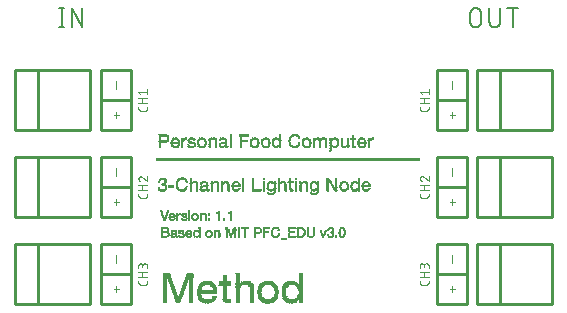
<source format=gbr>
G04 EAGLE Gerber RS-274X export*
G75*
%MOMM*%
%FSLAX34Y34*%
%LPD*%
%INSilkscreen Top*%
%IPPOS*%
%AMOC8*
5,1,8,0,0,1.08239X$1,22.5*%
G01*
%ADD10R,0.025400X0.025400*%
%ADD11R,0.127000X0.025400*%
%ADD12R,0.076200X0.025400*%
%ADD13R,0.533400X0.025400*%
%ADD14R,0.381000X0.025400*%
%ADD15R,0.330200X0.025400*%
%ADD16R,0.355600X0.025400*%
%ADD17R,0.685800X0.025400*%
%ADD18R,0.482600X0.025400*%
%ADD19R,0.635000X0.025400*%
%ADD20R,0.838200X0.025400*%
%ADD21R,0.558800X0.025400*%
%ADD22R,0.736600X0.025400*%
%ADD23R,0.889000X0.025400*%
%ADD24R,0.584200X0.025400*%
%ADD25R,0.939800X0.025400*%
%ADD26R,1.041400X0.025400*%
%ADD27R,0.660400X0.025400*%
%ADD28R,0.431800X0.025400*%
%ADD29R,1.092200X0.025400*%
%ADD30R,0.990600X0.025400*%
%ADD31R,0.457200X0.025400*%
%ADD32R,1.143000X0.025400*%
%ADD33R,1.168400X0.025400*%
%ADD34R,1.193800X0.025400*%
%ADD35R,1.219200X0.025400*%
%ADD36R,1.244600X0.025400*%
%ADD37R,0.711200X0.025400*%
%ADD38R,1.295400X0.025400*%
%ADD39R,1.320800X0.025400*%
%ADD40R,0.508000X0.025400*%
%ADD41R,1.346200X0.025400*%
%ADD42R,1.397000X0.025400*%
%ADD43R,1.600200X0.025400*%
%ADD44R,0.787400X0.025400*%
%ADD45R,0.406400X0.025400*%
%ADD46R,0.609600X0.025400*%
%ADD47R,0.304800X0.025400*%
%ADD48R,1.727200X0.025400*%
%ADD49R,1.701800X0.025400*%
%ADD50R,0.279400X0.025400*%
%ADD51R,1.498600X0.025400*%
%ADD52R,1.447800X0.025400*%
%ADD53R,1.473200X0.025400*%
%ADD54R,1.270000X0.025400*%
%ADD55R,1.016000X0.025400*%
%ADD56R,0.863600X0.025400*%
%ADD57R,0.177800X0.025400*%
%ADD58R,0.228600X0.025400*%
%ADD59R,0.152400X0.025400*%
%ADD60R,0.203200X0.025400*%
%ADD61R,0.254000X0.025400*%
%ADD62R,0.101600X0.025400*%
%ADD63R,0.762000X0.025400*%
%ADD64R,22.275800X0.025400*%
%ADD65R,22.225000X0.025400*%
%ADD66R,0.812800X0.025400*%
%ADD67R,0.965200X0.025400*%
%ADD68C,0.152400*%
%ADD69C,0.254000*%
%ADD70C,0.076200*%


D10*
X172974Y28194D03*
X173482Y28194D03*
D11*
X174498Y28194D03*
D10*
X175514Y28194D03*
X176022Y28194D03*
X224282Y28194D03*
X224790Y28194D03*
D12*
X225552Y28194D03*
D10*
X226314Y28194D03*
X226822Y28194D03*
X227330Y28194D03*
X244094Y28194D03*
X244602Y28194D03*
D11*
X245618Y28194D03*
D10*
X246634Y28194D03*
X247142Y28194D03*
X171196Y28448D03*
D13*
X174244Y28448D03*
D10*
X177292Y28448D03*
X190500Y28448D03*
X191008Y28448D03*
D11*
X192024Y28448D03*
D10*
X193040Y28448D03*
X193548Y28448D03*
D13*
X225552Y28448D03*
D10*
X228600Y28448D03*
D13*
X245364Y28448D03*
D14*
X138684Y28702D03*
D15*
X149606Y28702D03*
D16*
X160655Y28702D03*
D17*
X174244Y28702D03*
D18*
X192024Y28702D03*
D15*
X199898Y28702D03*
D16*
X211963Y28702D03*
D17*
X225552Y28702D03*
D10*
X242062Y28702D03*
D19*
X245618Y28702D03*
D15*
X253238Y28702D03*
D16*
X138557Y28956D03*
D14*
X149606Y28956D03*
X160782Y28956D03*
D20*
X174244Y28956D03*
D21*
X191643Y28956D03*
D14*
X199898Y28956D03*
D16*
X211963Y28956D03*
D20*
X225552Y28956D03*
D22*
X245364Y28956D03*
D14*
X253238Y28956D03*
X138684Y29210D03*
X149606Y29210D03*
D16*
X160655Y29210D03*
D23*
X174244Y29210D03*
D24*
X191516Y29210D03*
D15*
X199898Y29210D03*
D16*
X211963Y29210D03*
D25*
X225806Y29210D03*
D20*
X245618Y29210D03*
D15*
X253238Y29210D03*
D16*
X138557Y29464D03*
D14*
X149606Y29464D03*
X160782Y29464D03*
D26*
X174244Y29464D03*
D27*
X191135Y29464D03*
D14*
X199898Y29464D03*
D16*
X211963Y29464D03*
D26*
X225552Y29464D03*
D25*
X245364Y29464D03*
D14*
X253238Y29464D03*
X138684Y29718D03*
D28*
X149606Y29718D03*
D16*
X160655Y29718D03*
D29*
X174244Y29718D03*
D19*
X191262Y29718D03*
D15*
X199898Y29718D03*
D16*
X211963Y29718D03*
D29*
X225552Y29718D03*
D30*
X245364Y29718D03*
D15*
X253238Y29718D03*
D16*
X138557Y29972D03*
D31*
X149733Y29972D03*
D14*
X160782Y29972D03*
D32*
X174244Y29972D03*
D27*
X191135Y29972D03*
D14*
X199898Y29972D03*
D16*
X211963Y29972D03*
D33*
X225679Y29972D03*
D26*
X245364Y29972D03*
D14*
X253238Y29972D03*
X138684Y30226D03*
D28*
X149606Y30226D03*
D16*
X160655Y30226D03*
D34*
X174244Y30226D03*
D17*
X191008Y30226D03*
D15*
X199898Y30226D03*
D16*
X211963Y30226D03*
D35*
X225679Y30226D03*
D29*
X245364Y30226D03*
D15*
X253238Y30226D03*
D16*
X138557Y30480D03*
D18*
X149606Y30480D03*
D14*
X160782Y30480D03*
D36*
X174244Y30480D03*
D37*
X190881Y30480D03*
D14*
X199898Y30480D03*
D16*
X211963Y30480D03*
D38*
X225806Y30480D03*
D32*
X245364Y30480D03*
D14*
X253238Y30480D03*
X138684Y30734D03*
D18*
X149606Y30734D03*
D16*
X160655Y30734D03*
D38*
X174244Y30734D03*
D17*
X191008Y30734D03*
D15*
X199898Y30734D03*
D16*
X211963Y30734D03*
D39*
X225679Y30734D03*
D34*
X245364Y30734D03*
D15*
X253238Y30734D03*
D16*
X138557Y30988D03*
D40*
X149733Y30988D03*
D14*
X160782Y30988D03*
D41*
X174244Y30988D03*
D37*
X190881Y30988D03*
D14*
X199898Y30988D03*
D16*
X211963Y30988D03*
D42*
X225806Y30988D03*
D43*
X247142Y30988D03*
D14*
X138684Y31242D03*
D13*
X149606Y31242D03*
D16*
X160655Y31242D03*
D24*
X170180Y31242D03*
D10*
X173482Y31242D03*
X175514Y31242D03*
D13*
X178562Y31242D03*
D37*
X190881Y31242D03*
D15*
X199898Y31242D03*
D16*
X211963Y31242D03*
D24*
X221488Y31242D03*
D10*
X224790Y31242D03*
X226314Y31242D03*
D24*
X229616Y31242D03*
X241808Y31242D03*
D10*
X245110Y31242D03*
X245618Y31242D03*
X246126Y31242D03*
X246634Y31242D03*
D44*
X250952Y31242D03*
D16*
X138557Y31496D03*
D21*
X149733Y31496D03*
D14*
X160782Y31496D03*
D13*
X169672Y31496D03*
D10*
X172720Y31496D03*
D18*
X179070Y31496D03*
D37*
X190881Y31496D03*
D14*
X199898Y31496D03*
D16*
X211963Y31496D03*
D13*
X220980Y31496D03*
D21*
X230251Y31496D03*
D24*
X241554Y31496D03*
D22*
X251460Y31496D03*
D14*
X138684Y31750D03*
D13*
X149606Y31750D03*
D16*
X160655Y31750D03*
D31*
X169291Y31750D03*
D45*
X179451Y31750D03*
D28*
X189230Y31750D03*
D15*
X199898Y31750D03*
D16*
X211963Y31750D03*
D18*
X220472Y31750D03*
X230632Y31750D03*
D40*
X241173Y31750D03*
D19*
X251714Y31750D03*
D16*
X138557Y32004D03*
D24*
X149606Y32004D03*
D14*
X160782Y32004D03*
D31*
X169037Y32004D03*
D14*
X179578Y32004D03*
X189230Y32004D03*
X199898Y32004D03*
D16*
X211963Y32004D03*
D18*
X220218Y32004D03*
X230886Y32004D03*
X241046Y32004D03*
D19*
X251968Y32004D03*
D14*
X138684Y32258D03*
D46*
X149733Y32258D03*
D16*
X160655Y32258D03*
D28*
X168910Y32258D03*
D14*
X179832Y32258D03*
X188976Y32258D03*
D15*
X199898Y32258D03*
D16*
X211963Y32258D03*
D28*
X220218Y32258D03*
X231394Y32258D03*
X240538Y32258D03*
D13*
X252222Y32258D03*
D16*
X138557Y32512D03*
D19*
X149606Y32512D03*
D14*
X160782Y32512D03*
D28*
X168656Y32512D03*
D14*
X180086Y32512D03*
X188976Y32512D03*
X199898Y32512D03*
D16*
X211963Y32512D03*
D28*
X219964Y32512D03*
D31*
X231267Y32512D03*
D28*
X240284Y32512D03*
D13*
X252476Y32512D03*
D14*
X138684Y32766D03*
D19*
X149606Y32766D03*
D16*
X160655Y32766D03*
D14*
X168402Y32766D03*
D16*
X180213Y32766D03*
D14*
X188976Y32766D03*
D15*
X199898Y32766D03*
D16*
X211963Y32766D03*
D28*
X219710Y32766D03*
D45*
X231521Y32766D03*
X240157Y32766D03*
D18*
X252476Y32766D03*
D16*
X138557Y33020D03*
D17*
X149606Y33020D03*
D14*
X160782Y33020D03*
D45*
X168275Y33020D03*
D16*
X180213Y33020D03*
X188849Y33020D03*
D14*
X199898Y33020D03*
D16*
X211963Y33020D03*
D28*
X219456Y33020D03*
X231648Y33020D03*
D14*
X240030Y33020D03*
D18*
X252730Y33020D03*
D14*
X138684Y33274D03*
D15*
X148082Y33274D03*
D47*
X151511Y33274D03*
D16*
X160655Y33274D03*
D14*
X168148Y33274D03*
D16*
X180467Y33274D03*
D14*
X188976Y33274D03*
D15*
X199898Y33274D03*
D16*
X211963Y33274D03*
D14*
X219456Y33274D03*
D45*
X232029Y33274D03*
D14*
X239776Y33274D03*
D31*
X252603Y33274D03*
D16*
X138557Y33528D03*
D15*
X147828Y33528D03*
X151384Y33528D03*
D14*
X160782Y33528D03*
X167894Y33528D03*
X180594Y33528D03*
D16*
X188849Y33528D03*
D14*
X199898Y33528D03*
D16*
X211963Y33528D03*
D14*
X219202Y33528D03*
D45*
X232029Y33528D03*
D28*
X239776Y33528D03*
D18*
X252730Y33528D03*
D14*
X138684Y33782D03*
D16*
X147701Y33782D03*
D15*
X151638Y33782D03*
D16*
X160655Y33782D03*
D15*
X167894Y33782D03*
D10*
X179070Y33782D03*
X179578Y33782D03*
X180086Y33782D03*
X180594Y33782D03*
X181102Y33782D03*
X181610Y33782D03*
X182118Y33782D03*
D14*
X188976Y33782D03*
D15*
X199898Y33782D03*
D16*
X211963Y33782D03*
D14*
X218948Y33782D03*
X232156Y33782D03*
X239776Y33782D03*
D28*
X252730Y33782D03*
D16*
X138557Y34036D03*
X147701Y34036D03*
D47*
X151765Y34036D03*
D14*
X160782Y34036D03*
D16*
X167767Y34036D03*
X188849Y34036D03*
D14*
X199898Y34036D03*
D16*
X211963Y34036D03*
D45*
X219075Y34036D03*
D14*
X232410Y34036D03*
X239522Y34036D03*
D28*
X252984Y34036D03*
D14*
X138684Y34290D03*
D15*
X147574Y34290D03*
D47*
X151765Y34290D03*
D16*
X160655Y34290D03*
X167767Y34290D03*
D14*
X188976Y34290D03*
D15*
X199898Y34290D03*
D16*
X211963Y34290D03*
D14*
X218948Y34290D03*
D16*
X232283Y34290D03*
X239395Y34290D03*
D14*
X252984Y34290D03*
D16*
X138557Y34544D03*
X147447Y34544D03*
D15*
X151892Y34544D03*
D14*
X160782Y34544D03*
D15*
X167640Y34544D03*
D16*
X188849Y34544D03*
D14*
X199898Y34544D03*
D16*
X211963Y34544D03*
D14*
X218694Y34544D03*
X232410Y34544D03*
X239522Y34544D03*
D28*
X252984Y34544D03*
D14*
X138684Y34798D03*
D15*
X147574Y34798D03*
D47*
X152019Y34798D03*
D16*
X160655Y34798D03*
X167513Y34798D03*
D14*
X188976Y34798D03*
D15*
X199898Y34798D03*
D16*
X211963Y34798D03*
X218821Y34798D03*
D14*
X232664Y34798D03*
X239268Y34798D03*
X252984Y34798D03*
D16*
X138557Y35052D03*
D15*
X147320Y35052D03*
X151892Y35052D03*
D14*
X160782Y35052D03*
D16*
X167513Y35052D03*
X188849Y35052D03*
D14*
X199898Y35052D03*
D16*
X211963Y35052D03*
D14*
X218694Y35052D03*
X232664Y35052D03*
D16*
X239141Y35052D03*
D14*
X253238Y35052D03*
X138684Y35306D03*
D16*
X147193Y35306D03*
D15*
X152146Y35306D03*
D16*
X160655Y35306D03*
D15*
X167386Y35306D03*
D14*
X188976Y35306D03*
D15*
X199898Y35306D03*
D16*
X211963Y35306D03*
X218567Y35306D03*
D14*
X232664Y35306D03*
D16*
X239141Y35306D03*
X253111Y35306D03*
X138557Y35560D03*
X147193Y35560D03*
D15*
X152400Y35560D03*
D14*
X160782Y35560D03*
X167386Y35560D03*
D16*
X188849Y35560D03*
D14*
X199898Y35560D03*
D16*
X211963Y35560D03*
D14*
X218694Y35560D03*
D16*
X232791Y35560D03*
D14*
X239014Y35560D03*
X253238Y35560D03*
X138684Y35814D03*
D15*
X147066Y35814D03*
D47*
X152273Y35814D03*
D16*
X160655Y35814D03*
D15*
X167386Y35814D03*
D14*
X188976Y35814D03*
D15*
X199898Y35814D03*
D16*
X211963Y35814D03*
D14*
X218440Y35814D03*
D16*
X232791Y35814D03*
X239141Y35814D03*
X253111Y35814D03*
X138557Y36068D03*
X146939Y36068D03*
D15*
X152400Y36068D03*
D14*
X160782Y36068D03*
D48*
X174117Y36068D03*
D16*
X188849Y36068D03*
D14*
X199898Y36068D03*
D16*
X211963Y36068D03*
X218567Y36068D03*
D14*
X232918Y36068D03*
X239014Y36068D03*
X253238Y36068D03*
X138684Y36322D03*
D16*
X146939Y36322D03*
D47*
X152527Y36322D03*
D16*
X160655Y36322D03*
D49*
X174244Y36322D03*
D14*
X188976Y36322D03*
D15*
X199898Y36322D03*
D16*
X211963Y36322D03*
D14*
X218440Y36322D03*
D15*
X232918Y36322D03*
X239014Y36322D03*
X253238Y36322D03*
D16*
X138557Y36576D03*
D15*
X146812Y36576D03*
D16*
X152527Y36576D03*
D14*
X160782Y36576D03*
D48*
X174117Y36576D03*
D16*
X188849Y36576D03*
D14*
X199898Y36576D03*
D16*
X211963Y36576D03*
X218313Y36576D03*
D14*
X232918Y36576D03*
X239014Y36576D03*
X253238Y36576D03*
X138684Y36830D03*
D16*
X146685Y36830D03*
D15*
X152654Y36830D03*
D16*
X160655Y36830D03*
D49*
X174244Y36830D03*
D14*
X188976Y36830D03*
D15*
X199898Y36830D03*
D16*
X211963Y36830D03*
D14*
X218440Y36830D03*
D15*
X232918Y36830D03*
X239014Y36830D03*
X253238Y36830D03*
D16*
X138557Y37084D03*
X146685Y37084D03*
D15*
X152908Y37084D03*
D14*
X160782Y37084D03*
D48*
X174117Y37084D03*
D16*
X188849Y37084D03*
D14*
X199898Y37084D03*
D16*
X211963Y37084D03*
X218313Y37084D03*
D14*
X232918Y37084D03*
X239014Y37084D03*
X253238Y37084D03*
X138684Y37338D03*
D15*
X146558Y37338D03*
D50*
X152908Y37338D03*
D16*
X160655Y37338D03*
D49*
X174244Y37338D03*
D14*
X188976Y37338D03*
D15*
X199898Y37338D03*
D16*
X211963Y37338D03*
X218313Y37338D03*
D15*
X232918Y37338D03*
X239014Y37338D03*
X253238Y37338D03*
D16*
X138557Y37592D03*
X146431Y37592D03*
D15*
X152908Y37592D03*
D14*
X160782Y37592D03*
D48*
X174117Y37592D03*
D16*
X188849Y37592D03*
D14*
X199898Y37592D03*
D16*
X211963Y37592D03*
X218313Y37592D03*
D14*
X232918Y37592D03*
X239014Y37592D03*
X253238Y37592D03*
X138684Y37846D03*
D16*
X146431Y37846D03*
D15*
X153162Y37846D03*
D16*
X160655Y37846D03*
D49*
X174244Y37846D03*
D14*
X188976Y37846D03*
D15*
X199898Y37846D03*
D16*
X211963Y37846D03*
X218313Y37846D03*
D15*
X232918Y37846D03*
X239014Y37846D03*
X253238Y37846D03*
D16*
X138557Y38100D03*
D15*
X146304Y38100D03*
X153162Y38100D03*
D14*
X160782Y38100D03*
D48*
X174117Y38100D03*
D16*
X188849Y38100D03*
D14*
X199898Y38100D03*
D16*
X211963Y38100D03*
X218313Y38100D03*
D14*
X232918Y38100D03*
X239014Y38100D03*
X253238Y38100D03*
X138684Y38354D03*
D15*
X146050Y38354D03*
X153162Y38354D03*
D16*
X160655Y38354D03*
D49*
X174244Y38354D03*
D14*
X188976Y38354D03*
D15*
X199898Y38354D03*
D16*
X211963Y38354D03*
D14*
X218440Y38354D03*
D15*
X232918Y38354D03*
X239014Y38354D03*
X253238Y38354D03*
D16*
X138557Y38608D03*
D14*
X146050Y38608D03*
D15*
X153416Y38608D03*
D14*
X160782Y38608D03*
D48*
X174117Y38608D03*
D16*
X188849Y38608D03*
D14*
X199898Y38608D03*
D16*
X211963Y38608D03*
X218313Y38608D03*
D14*
X232918Y38608D03*
X239014Y38608D03*
X253238Y38608D03*
X138684Y38862D03*
D15*
X146050Y38862D03*
D47*
X153543Y38862D03*
D16*
X160655Y38862D03*
D49*
X174244Y38862D03*
D14*
X188976Y38862D03*
D15*
X199898Y38862D03*
D16*
X211963Y38862D03*
D14*
X218440Y38862D03*
D16*
X232791Y38862D03*
X239141Y38862D03*
D15*
X253238Y38862D03*
D16*
X138557Y39116D03*
D15*
X145796Y39116D03*
X153416Y39116D03*
D14*
X160782Y39116D03*
D48*
X174117Y39116D03*
D16*
X188849Y39116D03*
D14*
X199898Y39116D03*
D16*
X211963Y39116D03*
X218567Y39116D03*
D14*
X232918Y39116D03*
X239014Y39116D03*
X253238Y39116D03*
X138684Y39370D03*
D16*
X145669Y39370D03*
D15*
X153670Y39370D03*
D16*
X160655Y39370D03*
D15*
X167386Y39370D03*
D14*
X180848Y39370D03*
X188976Y39370D03*
D15*
X199898Y39370D03*
D16*
X211963Y39370D03*
X218567Y39370D03*
X232791Y39370D03*
X239141Y39370D03*
X253111Y39370D03*
X138557Y39624D03*
X145669Y39624D03*
X153797Y39624D03*
D14*
X160782Y39624D03*
D16*
X167513Y39624D03*
D15*
X180848Y39624D03*
D16*
X188849Y39624D03*
D14*
X199898Y39624D03*
D16*
X211963Y39624D03*
D14*
X218694Y39624D03*
D16*
X232791Y39624D03*
D14*
X239014Y39624D03*
X253238Y39624D03*
X138684Y39878D03*
D15*
X145542Y39878D03*
X153670Y39878D03*
D16*
X160655Y39878D03*
D15*
X167386Y39878D03*
D16*
X180721Y39878D03*
D14*
X188976Y39878D03*
D15*
X199898Y39878D03*
D16*
X211963Y39878D03*
X218567Y39878D03*
D14*
X232664Y39878D03*
X239268Y39878D03*
D16*
X253111Y39878D03*
X138557Y40132D03*
D14*
X145542Y40132D03*
D15*
X153924Y40132D03*
D14*
X160782Y40132D03*
D15*
X167640Y40132D03*
D16*
X180721Y40132D03*
X188849Y40132D03*
D14*
X199898Y40132D03*
D16*
X211963Y40132D03*
D14*
X218694Y40132D03*
D16*
X232537Y40132D03*
D14*
X239268Y40132D03*
X253238Y40132D03*
X138684Y40386D03*
D15*
X145542Y40386D03*
X153924Y40386D03*
D16*
X160655Y40386D03*
D15*
X167640Y40386D03*
X180594Y40386D03*
D14*
X188976Y40386D03*
D15*
X199898Y40386D03*
D16*
X211963Y40386D03*
X218821Y40386D03*
X232537Y40386D03*
D14*
X239268Y40386D03*
X252984Y40386D03*
D16*
X138557Y40640D03*
D15*
X145288Y40640D03*
X153924Y40640D03*
D14*
X160782Y40640D03*
D15*
X167640Y40640D03*
D14*
X180594Y40640D03*
D16*
X188849Y40640D03*
D14*
X199898Y40640D03*
D16*
X211963Y40640D03*
D45*
X218821Y40640D03*
D14*
X232410Y40640D03*
X239522Y40640D03*
D28*
X252984Y40640D03*
D14*
X138684Y40894D03*
D16*
X145161Y40894D03*
D15*
X154178Y40894D03*
D16*
X160655Y40894D03*
D15*
X167894Y40894D03*
D16*
X180467Y40894D03*
D14*
X188976Y40894D03*
D16*
X200025Y40894D03*
D14*
X211836Y40894D03*
X218948Y40894D03*
D16*
X232283Y40894D03*
D14*
X239522Y40894D03*
X252984Y40894D03*
D16*
X138557Y41148D03*
X145161Y41148D03*
D15*
X154178Y41148D03*
D14*
X160782Y41148D03*
X167894Y41148D03*
D16*
X180467Y41148D03*
X188849Y41148D03*
D45*
X200025Y41148D03*
D14*
X211836Y41148D03*
D45*
X219075Y41148D03*
X232283Y41148D03*
X239649Y41148D03*
D28*
X252984Y41148D03*
D14*
X138684Y41402D03*
D15*
X145034Y41402D03*
D47*
X154305Y41402D03*
D16*
X160655Y41402D03*
D15*
X167894Y41402D03*
D14*
X180340Y41402D03*
X188976Y41402D03*
X200152Y41402D03*
X211836Y41402D03*
D45*
X219075Y41402D03*
D14*
X232156Y41402D03*
X239776Y41402D03*
D28*
X252730Y41402D03*
D16*
X138557Y41656D03*
X144907Y41656D03*
D15*
X154432Y41656D03*
D14*
X160782Y41656D03*
D16*
X168021Y41656D03*
D14*
X180086Y41656D03*
D16*
X188849Y41656D03*
D28*
X200152Y41656D03*
D45*
X211709Y41656D03*
X219329Y41656D03*
X232029Y41656D03*
D28*
X239776Y41656D03*
D18*
X252730Y41656D03*
D14*
X138684Y41910D03*
D16*
X144907Y41910D03*
X154559Y41910D03*
X160655Y41910D03*
X168275Y41910D03*
X179959Y41910D03*
D14*
X188976Y41910D03*
D45*
X200279Y41910D03*
D14*
X211836Y41910D03*
X219456Y41910D03*
D45*
X231775Y41910D03*
D28*
X240030Y41910D03*
D31*
X252603Y41910D03*
D16*
X138557Y42164D03*
D15*
X144780Y42164D03*
X154432Y42164D03*
D14*
X160782Y42164D03*
X168402Y42164D03*
D45*
X179959Y42164D03*
D16*
X188849Y42164D03*
D18*
X200406Y42164D03*
D45*
X211709Y42164D03*
X219583Y42164D03*
D28*
X231648Y42164D03*
D31*
X240157Y42164D03*
D40*
X252603Y42164D03*
D14*
X138684Y42418D03*
D16*
X144653Y42418D03*
D15*
X154686Y42418D03*
D16*
X160655Y42418D03*
D14*
X168656Y42418D03*
X179832Y42418D03*
X188976Y42418D03*
D28*
X200406Y42418D03*
X211582Y42418D03*
X219710Y42418D03*
X231394Y42418D03*
X240284Y42418D03*
D18*
X252476Y42418D03*
D16*
X138557Y42672D03*
D14*
X144526Y42672D03*
D16*
X154813Y42672D03*
D14*
X160782Y42672D03*
D45*
X168783Y42672D03*
D28*
X179324Y42672D03*
D16*
X188849Y42672D03*
D40*
X200533Y42672D03*
D28*
X211328Y42672D03*
X219964Y42672D03*
D31*
X231267Y42672D03*
D18*
X240538Y42672D03*
D24*
X252222Y42672D03*
D14*
X138684Y42926D03*
D15*
X144526Y42926D03*
D47*
X154813Y42926D03*
D16*
X160655Y42926D03*
D45*
X169037Y42926D03*
D14*
X179324Y42926D03*
X188976Y42926D03*
D40*
X200787Y42926D03*
D28*
X211328Y42926D03*
X220218Y42926D03*
D31*
X231013Y42926D03*
D18*
X240792Y42926D03*
D13*
X252222Y42926D03*
D16*
X138557Y43180D03*
X144399Y43180D03*
D15*
X154940Y43180D03*
D14*
X160782Y43180D03*
D18*
X169418Y43180D03*
D31*
X178943Y43180D03*
D10*
X184404Y43180D03*
X184912Y43180D03*
X185420Y43180D03*
X185928Y43180D03*
X186436Y43180D03*
D28*
X188976Y43180D03*
D10*
X191516Y43180D03*
X192024Y43180D03*
X192532Y43180D03*
X193040Y43180D03*
X193548Y43180D03*
X194056Y43180D03*
D24*
X200914Y43180D03*
D18*
X211074Y43180D03*
D40*
X220599Y43180D03*
D18*
X230886Y43180D03*
D40*
X240919Y43180D03*
D19*
X251968Y43180D03*
D14*
X138684Y43434D03*
D16*
X144399Y43434D03*
D47*
X155067Y43434D03*
D16*
X160655Y43434D03*
D18*
X169672Y43434D03*
D31*
X178689Y43434D03*
D26*
X189230Y43434D03*
D24*
X201168Y43434D03*
D18*
X210820Y43434D03*
D40*
X220853Y43434D03*
D13*
X230378Y43434D03*
D40*
X241173Y43434D03*
D19*
X251714Y43434D03*
D16*
X138557Y43688D03*
D15*
X144272Y43688D03*
D16*
X155067Y43688D03*
D14*
X160782Y43688D03*
D13*
X170180Y43688D03*
D10*
X173228Y43688D03*
D24*
X178054Y43688D03*
D26*
X189230Y43688D03*
D17*
X201422Y43688D03*
D10*
X205232Y43688D03*
X207264Y43688D03*
D21*
X210439Y43688D03*
D19*
X221488Y43688D03*
D10*
X226568Y43688D03*
D24*
X229870Y43688D03*
D19*
X241808Y43688D03*
D10*
X245364Y43688D03*
X246888Y43688D03*
D44*
X251206Y43688D03*
D14*
X138684Y43942D03*
D16*
X144145Y43942D03*
D15*
X155194Y43942D03*
D16*
X160655Y43942D03*
D38*
X174244Y43942D03*
D26*
X189230Y43942D03*
D51*
X205740Y43942D03*
D42*
X225552Y43942D03*
D43*
X246888Y43942D03*
D16*
X138557Y44196D03*
D14*
X144018Y44196D03*
D16*
X155321Y44196D03*
D14*
X160782Y44196D03*
D36*
X174244Y44196D03*
D26*
X189230Y44196D03*
D51*
X205486Y44196D03*
D41*
X225552Y44196D03*
D43*
X247142Y44196D03*
D14*
X138684Y44450D03*
D15*
X144018Y44450D03*
D47*
X155321Y44450D03*
D16*
X160655Y44450D03*
D34*
X174244Y44450D03*
D26*
X189230Y44450D03*
D52*
X205486Y44450D03*
D38*
X225552Y44450D03*
D34*
X245364Y44450D03*
D15*
X253238Y44450D03*
D16*
X138557Y44704D03*
X143891Y44704D03*
D15*
X155448Y44704D03*
D14*
X160782Y44704D03*
D32*
X174244Y44704D03*
D26*
X189230Y44704D03*
D53*
X205359Y44704D03*
D54*
X225679Y44704D03*
D32*
X245364Y44704D03*
D14*
X253238Y44704D03*
X138684Y44958D03*
D16*
X143891Y44958D03*
D15*
X155702Y44958D03*
D16*
X160655Y44958D03*
D29*
X174244Y44958D03*
D26*
X189230Y44958D03*
D15*
X199898Y44958D03*
D26*
X207010Y44958D03*
D34*
X225552Y44958D03*
D29*
X245364Y44958D03*
D15*
X253238Y44958D03*
D16*
X138557Y45212D03*
X143637Y45212D03*
X155575Y45212D03*
D14*
X160782Y45212D03*
D26*
X174244Y45212D03*
X189230Y45212D03*
D14*
X199898Y45212D03*
D55*
X207137Y45212D03*
D32*
X225552Y45212D03*
D26*
X245364Y45212D03*
D14*
X253238Y45212D03*
X138684Y45466D03*
D15*
X143510Y45466D03*
X155702Y45466D03*
D16*
X160655Y45466D03*
D25*
X173990Y45466D03*
D26*
X189230Y45466D03*
D15*
X199898Y45466D03*
D23*
X207264Y45466D03*
D26*
X225806Y45466D03*
D25*
X245110Y45466D03*
D15*
X253238Y45466D03*
D16*
X138557Y45720D03*
D14*
X143510Y45720D03*
D16*
X155829Y45720D03*
D14*
X160782Y45720D03*
D25*
X174244Y45720D03*
D26*
X189230Y45720D03*
D14*
X199898Y45720D03*
D56*
X207137Y45720D03*
D30*
X225806Y45720D03*
D23*
X245110Y45720D03*
D14*
X253238Y45720D03*
X138684Y45974D03*
D16*
X143383Y45974D03*
D15*
X155956Y45974D03*
D16*
X160655Y45974D03*
D44*
X174244Y45974D03*
D26*
X189230Y45974D03*
D15*
X199898Y45974D03*
D44*
X207264Y45974D03*
D23*
X225552Y45974D03*
D22*
X245110Y45974D03*
D10*
X249174Y45974D03*
D15*
X253238Y45974D03*
D16*
X138557Y46228D03*
X143383Y46228D03*
D15*
X155956Y46228D03*
D14*
X160782Y46228D03*
D17*
X173990Y46228D03*
D10*
X177800Y46228D03*
D26*
X189230Y46228D03*
D14*
X199898Y46228D03*
D10*
X203708Y46228D03*
D17*
X207518Y46228D03*
D22*
X225552Y46228D03*
D10*
X229616Y46228D03*
D17*
X245110Y46228D03*
D14*
X253238Y46228D03*
X138684Y46482D03*
D16*
X143129Y46482D03*
D15*
X156210Y46482D03*
D16*
X160655Y46482D03*
D13*
X173990Y46482D03*
D10*
X177038Y46482D03*
D14*
X188976Y46482D03*
D15*
X199898Y46482D03*
D13*
X207518Y46482D03*
D24*
X225552Y46482D03*
D10*
X228854Y46482D03*
D13*
X245110Y46482D03*
D15*
X253238Y46482D03*
D16*
X138557Y46736D03*
X143129Y46736D03*
D14*
X156210Y46736D03*
X160782Y46736D03*
D10*
X172212Y46736D03*
D15*
X174244Y46736D03*
D10*
X176276Y46736D03*
D16*
X188849Y46736D03*
D14*
X199898Y46736D03*
D10*
X205232Y46736D03*
D14*
X207518Y46736D03*
D10*
X209804Y46736D03*
D28*
X225552Y46736D03*
D10*
X228092Y46736D03*
D14*
X245110Y46736D03*
X253238Y46736D03*
X138684Y46990D03*
D15*
X143002Y46990D03*
X156210Y46990D03*
D16*
X160655Y46990D03*
D14*
X188976Y46990D03*
D15*
X199898Y46990D03*
X253238Y46990D03*
D16*
X138557Y47244D03*
D14*
X143002Y47244D03*
D15*
X156464Y47244D03*
D14*
X160782Y47244D03*
D16*
X188849Y47244D03*
D14*
X199898Y47244D03*
X253238Y47244D03*
X138684Y47498D03*
D16*
X142875Y47498D03*
D15*
X156464Y47498D03*
D16*
X160655Y47498D03*
D14*
X188976Y47498D03*
D15*
X199898Y47498D03*
X253238Y47498D03*
D16*
X138557Y47752D03*
D15*
X142748Y47752D03*
D16*
X156591Y47752D03*
D14*
X160782Y47752D03*
D16*
X188849Y47752D03*
D14*
X199898Y47752D03*
X253238Y47752D03*
X138684Y48006D03*
D16*
X142621Y48006D03*
D15*
X156718Y48006D03*
D16*
X160655Y48006D03*
D14*
X188976Y48006D03*
D15*
X199898Y48006D03*
X253238Y48006D03*
D16*
X138557Y48260D03*
D14*
X142494Y48260D03*
X156718Y48260D03*
X160782Y48260D03*
D16*
X188849Y48260D03*
D14*
X199898Y48260D03*
X253238Y48260D03*
X138684Y48514D03*
D15*
X142494Y48514D03*
X156718Y48514D03*
D16*
X160655Y48514D03*
D14*
X188976Y48514D03*
D15*
X199898Y48514D03*
X253238Y48514D03*
D16*
X138557Y48768D03*
D14*
X142494Y48768D03*
D15*
X156972Y48768D03*
D14*
X160782Y48768D03*
D16*
X188849Y48768D03*
D14*
X199898Y48768D03*
X253238Y48768D03*
D22*
X140462Y49022D03*
D37*
X158877Y49022D03*
D14*
X188976Y49022D03*
D15*
X199898Y49022D03*
X253238Y49022D03*
D37*
X140335Y49276D03*
D22*
X159004Y49276D03*
D16*
X188849Y49276D03*
D14*
X199898Y49276D03*
X253238Y49276D03*
D37*
X140335Y49530D03*
D17*
X159004Y49530D03*
D14*
X188976Y49530D03*
D15*
X199898Y49530D03*
X253238Y49530D03*
D37*
X140335Y49784D03*
D22*
X159004Y49784D03*
D16*
X188849Y49784D03*
D14*
X199898Y49784D03*
X253238Y49784D03*
D17*
X140208Y50038D03*
X159004Y50038D03*
D14*
X188976Y50038D03*
D15*
X199898Y50038D03*
X253238Y50038D03*
D37*
X140335Y50292D03*
D17*
X159258Y50292D03*
D16*
X188849Y50292D03*
D14*
X199898Y50292D03*
X253238Y50292D03*
D17*
X140208Y50546D03*
D19*
X159258Y50546D03*
D14*
X188976Y50546D03*
D15*
X199898Y50546D03*
X253238Y50546D03*
D27*
X140081Y50800D03*
D17*
X159258Y50800D03*
D16*
X188849Y50800D03*
D14*
X199898Y50800D03*
X253238Y50800D03*
D27*
X140081Y51054D03*
D19*
X159258Y51054D03*
D14*
X188976Y51054D03*
D15*
X199898Y51054D03*
X253238Y51054D03*
D27*
X140081Y51308D03*
X159385Y51308D03*
D16*
X188849Y51308D03*
D14*
X199898Y51308D03*
X253238Y51308D03*
D19*
X139954Y51562D03*
X159258Y51562D03*
D14*
X188976Y51562D03*
D15*
X199898Y51562D03*
X253238Y51562D03*
D19*
X139954Y51816D03*
X159512Y51816D03*
D16*
X188849Y51816D03*
D14*
X199898Y51816D03*
X253238Y51816D03*
D19*
X139954Y52070D03*
D46*
X159385Y52070D03*
D15*
X199898Y52070D03*
X253238Y52070D03*
D46*
X139827Y52324D03*
D19*
X159512Y52324D03*
D14*
X199898Y52324D03*
X253238Y52324D03*
D24*
X139700Y52578D03*
X159512Y52578D03*
D15*
X199898Y52578D03*
X253238Y52578D03*
D46*
X139827Y52832D03*
X159639Y52832D03*
D14*
X199898Y52832D03*
X253238Y52832D03*
D24*
X139700Y53086D03*
X159512Y53086D03*
D15*
X199898Y53086D03*
X253238Y53086D03*
D21*
X139573Y53340D03*
D24*
X159766Y53340D03*
D16*
X199771Y53340D03*
D14*
X253238Y53340D03*
D24*
X239014Y82550D03*
X239014Y82804D03*
D57*
X145288Y83820D03*
D10*
X146558Y83820D03*
D11*
X148590Y83820D03*
D10*
X151130Y83820D03*
D57*
X152400Y83820D03*
X158496Y83820D03*
D10*
X159766Y83820D03*
D57*
X165100Y83820D03*
D58*
X175514Y83820D03*
D10*
X230886Y83820D03*
D57*
X232156Y83820D03*
D58*
X261874Y83820D03*
D10*
X277622Y83820D03*
D57*
X278892Y83820D03*
D10*
X287274Y83820D03*
D11*
X288290Y83820D03*
D10*
X289306Y83820D03*
D18*
X137922Y84074D03*
D50*
X145542Y84074D03*
D57*
X148590Y84074D03*
D15*
X152400Y84074D03*
D50*
X158750Y84074D03*
D10*
X163576Y84074D03*
D58*
X165100Y84074D03*
D11*
X167640Y84074D03*
D50*
X175514Y84074D03*
D59*
X180467Y84074D03*
D11*
X184404Y84074D03*
X190500Y84074D03*
X194310Y84074D03*
D59*
X197993Y84074D03*
D11*
X201168Y84074D03*
X206248Y84074D03*
D57*
X214630Y84074D03*
D59*
X222123Y84074D03*
D15*
X232156Y84074D03*
D19*
X245872Y84074D03*
D28*
X252476Y84074D03*
D14*
X261874Y84074D03*
D59*
X272415Y84074D03*
D50*
X278638Y84074D03*
D11*
X283464Y84074D03*
D50*
X288290Y84074D03*
D24*
X138176Y84328D03*
D16*
X145415Y84328D03*
D57*
X148336Y84328D03*
D28*
X152146Y84328D03*
D14*
X158496Y84328D03*
D16*
X164973Y84328D03*
D59*
X167767Y84328D03*
D28*
X175514Y84328D03*
D11*
X180594Y84328D03*
X184658Y84328D03*
X190754Y84328D03*
X194310Y84328D03*
X197866Y84328D03*
D57*
X201168Y84328D03*
X206248Y84328D03*
D11*
X214630Y84328D03*
X222250Y84328D03*
D31*
X232029Y84328D03*
D24*
X245872Y84328D03*
D13*
X252730Y84328D03*
D28*
X261874Y84328D03*
D57*
X272288Y84328D03*
D45*
X278765Y84328D03*
D57*
X283464Y84328D03*
D15*
X288290Y84328D03*
D24*
X138430Y84582D03*
D21*
X146431Y84582D03*
D28*
X152400Y84582D03*
D45*
X158623Y84582D03*
D14*
X164846Y84582D03*
D11*
X167640Y84582D03*
D31*
X175641Y84582D03*
D11*
X180594Y84582D03*
X184404Y84582D03*
D59*
X190627Y84582D03*
D57*
X194310Y84582D03*
D59*
X197993Y84582D03*
D11*
X201168Y84582D03*
X206248Y84582D03*
D59*
X214503Y84582D03*
X222123Y84582D03*
D18*
X231902Y84582D03*
D19*
X245872Y84582D03*
D13*
X252984Y84582D03*
D18*
X261874Y84582D03*
D60*
X272415Y84582D03*
D28*
X278892Y84582D03*
D59*
X283337Y84582D03*
D14*
X288290Y84582D03*
D27*
X138557Y84836D03*
D57*
X144272Y84836D03*
D58*
X147574Y84836D03*
D60*
X150749Y84836D03*
D57*
X153924Y84836D03*
X156972Y84836D03*
D10*
X158242Y84836D03*
D57*
X160020Y84836D03*
X163576Y84836D03*
D10*
X164846Y84836D03*
D50*
X167132Y84836D03*
D60*
X174117Y84836D03*
D58*
X177038Y84836D03*
D11*
X180594Y84836D03*
X184658Y84836D03*
X190754Y84836D03*
D60*
X194183Y84836D03*
D11*
X197866Y84836D03*
D57*
X201168Y84836D03*
X206248Y84836D03*
D11*
X214630Y84836D03*
X222250Y84836D03*
D58*
X230378Y84836D03*
D60*
X233807Y84836D03*
D24*
X245872Y84836D03*
D46*
X253111Y84836D03*
D57*
X260096Y84836D03*
X263652Y84836D03*
D58*
X272542Y84836D03*
D57*
X277368Y84836D03*
D10*
X279146Y84836D03*
D57*
X280416Y84836D03*
X283464Y84836D03*
X287020Y84836D03*
X289560Y84836D03*
D11*
X136144Y85090D03*
D57*
X140970Y85090D03*
D59*
X144145Y85090D03*
D11*
X147828Y85090D03*
X150368Y85090D03*
X154178Y85090D03*
X156972Y85090D03*
X160528Y85090D03*
D59*
X163449Y85090D03*
D57*
X167386Y85090D03*
D11*
X173736Y85090D03*
D59*
X177419Y85090D03*
D11*
X180594Y85090D03*
X184404Y85090D03*
D59*
X190627Y85090D03*
D57*
X194310Y85090D03*
D59*
X197993Y85090D03*
D11*
X201168Y85090D03*
X206248Y85090D03*
D59*
X214503Y85090D03*
X222123Y85090D03*
D57*
X229870Y85090D03*
D11*
X234188Y85090D03*
D59*
X243459Y85090D03*
D11*
X250952Y85090D03*
D10*
X254000Y85090D03*
D60*
X255397Y85090D03*
D57*
X259842Y85090D03*
D59*
X264033Y85090D03*
D58*
X272288Y85090D03*
D11*
X276860Y85090D03*
D59*
X280543Y85090D03*
X283337Y85090D03*
X286893Y85090D03*
D11*
X290068Y85090D03*
D57*
X136144Y85344D03*
X141224Y85344D03*
D11*
X144018Y85344D03*
D59*
X147955Y85344D03*
X150241Y85344D03*
D11*
X154178Y85344D03*
X156718Y85344D03*
X160782Y85344D03*
X163322Y85344D03*
D57*
X167386Y85344D03*
D11*
X173482Y85344D03*
X177546Y85344D03*
X180594Y85344D03*
X184658Y85344D03*
X190754Y85344D03*
D58*
X194310Y85344D03*
D11*
X197866Y85344D03*
D57*
X201168Y85344D03*
X206248Y85344D03*
D11*
X214630Y85344D03*
X222250Y85344D03*
D57*
X229616Y85344D03*
D59*
X234315Y85344D03*
D11*
X243586Y85344D03*
D57*
X250952Y85344D03*
X255524Y85344D03*
X259588Y85344D03*
X264160Y85344D03*
D61*
X272415Y85344D03*
D59*
X276733Y85344D03*
D11*
X280670Y85344D03*
D57*
X283464Y85344D03*
D11*
X286766Y85344D03*
D59*
X290195Y85344D03*
D11*
X136144Y85598D03*
D59*
X141351Y85598D03*
D11*
X143764Y85598D03*
X147828Y85598D03*
X150368Y85598D03*
X154432Y85598D03*
X156464Y85598D03*
X160782Y85598D03*
X163068Y85598D03*
X167640Y85598D03*
X173228Y85598D03*
X177800Y85598D03*
X180594Y85598D03*
X184404Y85598D03*
X190500Y85598D03*
D58*
X194310Y85598D03*
D11*
X197866Y85598D03*
X201168Y85598D03*
X206248Y85598D03*
X214630Y85598D03*
D59*
X222123Y85598D03*
D11*
X229616Y85598D03*
D59*
X234569Y85598D03*
X243459Y85598D03*
D11*
X250952Y85598D03*
D59*
X255905Y85598D03*
X259461Y85598D03*
X264287Y85598D03*
D11*
X271780Y85598D03*
D62*
X273177Y85598D03*
D59*
X276733Y85598D03*
D11*
X280924Y85598D03*
X286512Y85598D03*
X290068Y85598D03*
D57*
X136144Y85852D03*
D59*
X141605Y85852D03*
D11*
X144018Y85852D03*
D59*
X147955Y85852D03*
D11*
X154178Y85852D03*
D59*
X156591Y85852D03*
X163195Y85852D03*
X167513Y85852D03*
X173355Y85852D03*
D57*
X177800Y85852D03*
D11*
X180594Y85852D03*
D59*
X184531Y85852D03*
X190627Y85852D03*
D61*
X194183Y85852D03*
D11*
X197866Y85852D03*
D57*
X201168Y85852D03*
X206248Y85852D03*
D11*
X214630Y85852D03*
X222250Y85852D03*
X229362Y85852D03*
D57*
X234696Y85852D03*
D11*
X243586Y85852D03*
D57*
X250952Y85852D03*
X256032Y85852D03*
D11*
X259334Y85852D03*
D59*
X264541Y85852D03*
D50*
X272288Y85852D03*
D11*
X276606Y85852D03*
D57*
X280924Y85852D03*
D59*
X286385Y85852D03*
D11*
X290322Y85852D03*
X136144Y86106D03*
D59*
X141605Y86106D03*
D57*
X144018Y86106D03*
D11*
X147828Y86106D03*
D57*
X154178Y86106D03*
D11*
X156464Y86106D03*
X163068Y86106D03*
X167640Y86106D03*
X173228Y86106D03*
X177800Y86106D03*
D59*
X180467Y86106D03*
D11*
X184404Y86106D03*
X190500Y86106D03*
X193548Y86106D03*
X195072Y86106D03*
D59*
X197993Y86106D03*
D11*
X201168Y86106D03*
X206248Y86106D03*
D57*
X214630Y86106D03*
D59*
X222123Y86106D03*
X229235Y86106D03*
D11*
X234696Y86106D03*
D59*
X243459Y86106D03*
D11*
X250952Y86106D03*
D59*
X256159Y86106D03*
X259207Y86106D03*
X264541Y86106D03*
X271653Y86106D03*
D11*
X273304Y86106D03*
D59*
X276479Y86106D03*
D11*
X280924Y86106D03*
X286512Y86106D03*
X290322Y86106D03*
D57*
X136144Y86360D03*
D11*
X141478Y86360D03*
D57*
X144272Y86360D03*
D11*
X148082Y86360D03*
D57*
X153924Y86360D03*
D59*
X156337Y86360D03*
X162941Y86360D03*
X167767Y86360D03*
X173101Y86360D03*
X177927Y86360D03*
D11*
X180594Y86360D03*
X184658Y86360D03*
X190754Y86360D03*
D59*
X193421Y86360D03*
D11*
X195326Y86360D03*
X197866Y86360D03*
D57*
X201168Y86360D03*
X206248Y86360D03*
D11*
X214630Y86360D03*
X222250Y86360D03*
D57*
X229108Y86360D03*
D59*
X234823Y86360D03*
D11*
X243586Y86360D03*
D57*
X250952Y86360D03*
D11*
X256286Y86360D03*
D59*
X259207Y86360D03*
X264541Y86360D03*
D11*
X271526Y86360D03*
X273558Y86360D03*
X276606Y86360D03*
D59*
X280797Y86360D03*
D11*
X286258Y86360D03*
X290322Y86360D03*
X136144Y86614D03*
D59*
X141605Y86614D03*
D58*
X144780Y86614D03*
D10*
X146304Y86614D03*
X146812Y86614D03*
D11*
X147828Y86614D03*
D58*
X153416Y86614D03*
D21*
X158623Y86614D03*
D11*
X163068Y86614D03*
X167640Y86614D03*
X173228Y86614D03*
X177800Y86614D03*
X180594Y86614D03*
X184404Y86614D03*
D59*
X190627Y86614D03*
D11*
X193548Y86614D03*
D62*
X195199Y86614D03*
D59*
X197993Y86614D03*
D11*
X201168Y86614D03*
X206248Y86614D03*
D59*
X214503Y86614D03*
X222123Y86614D03*
D11*
X229108Y86614D03*
D59*
X234823Y86614D03*
X243459Y86614D03*
D11*
X250952Y86614D03*
X256540Y86614D03*
D59*
X259207Y86614D03*
D11*
X264668Y86614D03*
X271272Y86614D03*
D62*
X273431Y86614D03*
D11*
X276352Y86614D03*
X280924Y86614D03*
X286258Y86614D03*
X290576Y86614D03*
D57*
X136144Y86868D03*
D11*
X141478Y86868D03*
D40*
X146177Y86868D03*
D16*
X152781Y86868D03*
D24*
X158496Y86868D03*
D59*
X162941Y86868D03*
X167767Y86868D03*
X173101Y86868D03*
X177927Y86868D03*
D11*
X180594Y86868D03*
X184658Y86868D03*
X190754Y86868D03*
X193294Y86868D03*
X195326Y86868D03*
X197866Y86868D03*
D57*
X201168Y86868D03*
X206248Y86868D03*
D11*
X214630Y86868D03*
X222250Y86868D03*
D59*
X228981Y86868D03*
D11*
X234950Y86868D03*
X243586Y86868D03*
D57*
X250952Y86868D03*
D59*
X256413Y86868D03*
X259207Y86868D03*
X264541Y86868D03*
X271399Y86868D03*
D11*
X273558Y86868D03*
D59*
X280797Y86868D03*
D11*
X286258Y86868D03*
D59*
X290449Y86868D03*
D11*
X136144Y87122D03*
D59*
X141351Y87122D03*
D28*
X146304Y87122D03*
D15*
X152400Y87122D03*
D21*
X158623Y87122D03*
D11*
X163068Y87122D03*
X167640Y87122D03*
X173228Y87122D03*
X177800Y87122D03*
X180594Y87122D03*
X184404Y87122D03*
D59*
X190627Y87122D03*
D11*
X193040Y87122D03*
D62*
X195453Y87122D03*
D59*
X197993Y87122D03*
D11*
X201168Y87122D03*
X206248Y87122D03*
D59*
X214503Y87122D03*
X222123Y87122D03*
X228981Y87122D03*
X235077Y87122D03*
X243459Y87122D03*
D11*
X250952Y87122D03*
X256540Y87122D03*
X259080Y87122D03*
X264668Y87122D03*
X271272Y87122D03*
D62*
X273685Y87122D03*
D11*
X280924Y87122D03*
X286258Y87122D03*
X290576Y87122D03*
D57*
X136144Y87376D03*
X141224Y87376D03*
D10*
X144526Y87376D03*
D14*
X146812Y87376D03*
D15*
X151638Y87376D03*
D10*
X153670Y87376D03*
D24*
X158496Y87376D03*
D59*
X162941Y87376D03*
D11*
X167640Y87376D03*
D59*
X173101Y87376D03*
D11*
X178054Y87376D03*
X180594Y87376D03*
X184658Y87376D03*
X190754Y87376D03*
D59*
X193167Y87376D03*
D11*
X195580Y87376D03*
X197866Y87376D03*
D57*
X201168Y87376D03*
X206248Y87376D03*
D28*
X216154Y87376D03*
D10*
X218694Y87376D03*
D11*
X222250Y87376D03*
D59*
X228981Y87376D03*
D11*
X243586Y87376D03*
D57*
X250952Y87376D03*
X256540Y87376D03*
D59*
X259207Y87376D03*
D57*
X264668Y87376D03*
D11*
X271018Y87376D03*
D59*
X273685Y87376D03*
D11*
X280670Y87376D03*
X286258Y87376D03*
D59*
X290449Y87376D03*
D11*
X136144Y87630D03*
D57*
X140970Y87630D03*
D10*
X146304Y87630D03*
D57*
X147574Y87630D03*
D61*
X151257Y87630D03*
D11*
X156464Y87630D03*
X160782Y87630D03*
X163068Y87630D03*
X167640Y87630D03*
X173228Y87630D03*
X177800Y87630D03*
X180594Y87630D03*
X184404Y87630D03*
X190500Y87630D03*
X193040Y87630D03*
X195580Y87630D03*
X197866Y87630D03*
X201168Y87630D03*
X206248Y87630D03*
D40*
X216535Y87630D03*
D59*
X222123Y87630D03*
X228981Y87630D03*
X243459Y87630D03*
D11*
X250952Y87630D03*
X256540Y87630D03*
D59*
X259207Y87630D03*
D11*
X264668Y87630D03*
X271018Y87630D03*
X273812Y87630D03*
D57*
X280162Y87630D03*
D11*
X286004Y87630D03*
X290576Y87630D03*
D19*
X138430Y87884D03*
D59*
X147955Y87884D03*
D60*
X150749Y87884D03*
D11*
X156464Y87884D03*
X160782Y87884D03*
D59*
X163195Y87884D03*
X167513Y87884D03*
X173355Y87884D03*
D57*
X177800Y87884D03*
D11*
X180594Y87884D03*
D59*
X184531Y87884D03*
X190627Y87884D03*
X192913Y87884D03*
X195707Y87884D03*
D11*
X197866Y87884D03*
D57*
X201168Y87884D03*
X206248Y87884D03*
D24*
X216916Y87884D03*
D13*
X224282Y87884D03*
D11*
X228854Y87884D03*
D21*
X245745Y87884D03*
D57*
X250952Y87884D03*
D59*
X256667Y87884D03*
X259207Y87884D03*
D57*
X264668Y87884D03*
D59*
X270891Y87884D03*
X273939Y87884D03*
D47*
X279527Y87884D03*
D11*
X286258Y87884D03*
D59*
X290449Y87884D03*
D24*
X138430Y88138D03*
D11*
X144272Y88138D03*
X147828Y88138D03*
X150368Y88138D03*
X156464Y88138D03*
X160528Y88138D03*
X163068Y88138D03*
X167640Y88138D03*
D59*
X173355Y88138D03*
D11*
X177800Y88138D03*
D57*
X180594Y88138D03*
D11*
X184404Y88138D03*
X190500Y88138D03*
D62*
X192913Y88138D03*
X195707Y88138D03*
D59*
X197993Y88138D03*
D11*
X201168Y88138D03*
X206248Y88138D03*
D46*
X216789Y88138D03*
D13*
X224028Y88138D03*
D59*
X228981Y88138D03*
D24*
X245618Y88138D03*
D11*
X250952Y88138D03*
X256540Y88138D03*
D59*
X259207Y88138D03*
D11*
X264668Y88138D03*
X270764Y88138D03*
X273812Y88138D03*
D58*
X279400Y88138D03*
D11*
X286004Y88138D03*
X290576Y88138D03*
D24*
X138176Y88392D03*
D59*
X144145Y88392D03*
D11*
X148082Y88392D03*
D59*
X150495Y88392D03*
X154051Y88392D03*
D11*
X156718Y88392D03*
D59*
X160655Y88392D03*
D11*
X163322Y88392D03*
D57*
X167640Y88392D03*
D59*
X173609Y88392D03*
D11*
X177546Y88392D03*
D57*
X180848Y88392D03*
X184404Y88392D03*
D11*
X190754Y88392D03*
X192786Y88392D03*
X195834Y88392D03*
X197866Y88392D03*
D57*
X201168Y88392D03*
X206248Y88392D03*
D11*
X214630Y88392D03*
D60*
X219075Y88392D03*
D40*
X224155Y88392D03*
D11*
X228854Y88392D03*
D21*
X245745Y88392D03*
D57*
X250952Y88392D03*
X256540Y88392D03*
D59*
X259207Y88392D03*
X264541Y88392D03*
D57*
X270764Y88392D03*
D11*
X274066Y88392D03*
D58*
X279146Y88392D03*
D11*
X286258Y88392D03*
D59*
X290449Y88392D03*
D13*
X138176Y88646D03*
D11*
X144272Y88646D03*
X147828Y88646D03*
X150368Y88646D03*
X153924Y88646D03*
X156972Y88646D03*
D59*
X160401Y88646D03*
X163449Y88646D03*
D57*
X167386Y88646D03*
D11*
X173736Y88646D03*
D59*
X177419Y88646D03*
X180721Y88646D03*
D11*
X184404Y88646D03*
D59*
X190627Y88646D03*
D11*
X192532Y88646D03*
X196088Y88646D03*
D59*
X197993Y88646D03*
D11*
X201168Y88646D03*
X206248Y88646D03*
D59*
X214503Y88646D03*
X219329Y88646D03*
D13*
X224028Y88646D03*
D59*
X228981Y88646D03*
D24*
X245618Y88646D03*
D11*
X250952Y88646D03*
X256540Y88646D03*
X259080Y88646D03*
X264668Y88646D03*
X270764Y88646D03*
X274320Y88646D03*
D58*
X279400Y88646D03*
D11*
X286258Y88646D03*
X290576Y88646D03*
D57*
X136144Y88900D03*
X140716Y88900D03*
D60*
X144653Y88900D03*
D57*
X147828Y88900D03*
D59*
X150495Y88900D03*
D10*
X151638Y88900D03*
X152654Y88900D03*
D59*
X153797Y88900D03*
D57*
X156972Y88900D03*
D10*
X158242Y88900D03*
D57*
X160020Y88900D03*
X163576Y88900D03*
D10*
X164846Y88900D03*
D50*
X167132Y88900D03*
D60*
X174117Y88900D03*
D58*
X177038Y88900D03*
X181102Y88900D03*
D60*
X184023Y88900D03*
D11*
X190754Y88900D03*
D59*
X192659Y88900D03*
X195961Y88900D03*
D11*
X197866Y88900D03*
D57*
X201168Y88900D03*
X206248Y88900D03*
D11*
X214630Y88900D03*
D57*
X219456Y88900D03*
D11*
X222250Y88900D03*
X228854Y88900D03*
X243586Y88900D03*
D57*
X250952Y88900D03*
X256540Y88900D03*
D59*
X259207Y88900D03*
X264541Y88900D03*
D11*
X270510Y88900D03*
D59*
X274193Y88900D03*
D57*
X279908Y88900D03*
D11*
X286258Y88900D03*
D59*
X290449Y88900D03*
D11*
X136144Y89154D03*
D59*
X140843Y89154D03*
D31*
X146177Y89154D03*
X152273Y89154D03*
D45*
X158623Y89154D03*
D13*
X165608Y89154D03*
D31*
X175641Y89154D03*
D62*
X180467Y89154D03*
D14*
X183134Y89154D03*
D59*
X190627Y89154D03*
D11*
X192532Y89154D03*
X196088Y89154D03*
D59*
X197993Y89154D03*
D11*
X201168Y89154D03*
X206248Y89154D03*
D59*
X214503Y89154D03*
D11*
X219456Y89154D03*
D59*
X222123Y89154D03*
X228981Y89154D03*
X243459Y89154D03*
D11*
X250952Y89154D03*
X256540Y89154D03*
X259080Y89154D03*
X264668Y89154D03*
D59*
X270383Y89154D03*
D11*
X274320Y89154D03*
D59*
X280289Y89154D03*
D11*
X286258Y89154D03*
X290576Y89154D03*
D57*
X136144Y89408D03*
D11*
X140970Y89408D03*
D28*
X146050Y89408D03*
X152146Y89408D03*
D14*
X158496Y89408D03*
D40*
X165735Y89408D03*
D45*
X175641Y89408D03*
D11*
X180594Y89408D03*
D15*
X183134Y89408D03*
D11*
X190754Y89408D03*
X192278Y89408D03*
X196342Y89408D03*
X197866Y89408D03*
D57*
X201168Y89408D03*
X206248Y89408D03*
D11*
X214630Y89408D03*
X219710Y89408D03*
X222250Y89408D03*
D59*
X228981Y89408D03*
D11*
X243586Y89408D03*
D57*
X250952Y89408D03*
D59*
X256413Y89408D03*
X259207Y89408D03*
D57*
X264668Y89408D03*
D11*
X270510Y89408D03*
D59*
X274447Y89408D03*
D57*
X280416Y89408D03*
D11*
X286258Y89408D03*
X290322Y89408D03*
X136144Y89662D03*
X141224Y89662D03*
D15*
X146304Y89662D03*
D50*
X152146Y89662D03*
X158750Y89662D03*
X164846Y89662D03*
D11*
X167640Y89662D03*
D50*
X175514Y89662D03*
D62*
X180467Y89662D03*
D50*
X183134Y89662D03*
D11*
X190500Y89662D03*
X192278Y89662D03*
X196342Y89662D03*
X197866Y89662D03*
X201168Y89662D03*
X206248Y89662D03*
X214630Y89662D03*
D59*
X219583Y89662D03*
X222123Y89662D03*
D11*
X229108Y89662D03*
D59*
X243459Y89662D03*
D11*
X250952Y89662D03*
X256540Y89662D03*
D59*
X259207Y89662D03*
D11*
X264668Y89662D03*
X270256Y89662D03*
X274574Y89662D03*
D10*
X276352Y89662D03*
D11*
X280416Y89662D03*
D62*
X286385Y89662D03*
X290449Y89662D03*
D57*
X136144Y89916D03*
D59*
X141097Y89916D03*
D10*
X145034Y89916D03*
D57*
X146304Y89916D03*
D58*
X152146Y89916D03*
D57*
X158496Y89916D03*
D10*
X159766Y89916D03*
D57*
X165100Y89916D03*
D59*
X167513Y89916D03*
D58*
X175514Y89916D03*
D11*
X180594Y89916D03*
D10*
X182118Y89916D03*
D11*
X183134Y89916D03*
D10*
X184150Y89916D03*
D59*
X190627Y89916D03*
D11*
X192278Y89916D03*
X196342Y89916D03*
X197866Y89916D03*
D57*
X201168Y89916D03*
X206248Y89916D03*
D11*
X214630Y89916D03*
X219710Y89916D03*
X222250Y89916D03*
D59*
X229235Y89916D03*
D10*
X234442Y89916D03*
X234950Y89916D03*
X235458Y89916D03*
D11*
X243586Y89916D03*
D57*
X250952Y89916D03*
D59*
X256413Y89916D03*
X259207Y89916D03*
D57*
X264668Y89916D03*
X270256Y89916D03*
D11*
X274574Y89916D03*
X276606Y89916D03*
X280670Y89916D03*
X286258Y89916D03*
X290322Y89916D03*
X136144Y90170D03*
X141224Y90170D03*
X167640Y90170D03*
X190500Y90170D03*
X192024Y90170D03*
D50*
X197358Y90170D03*
D11*
X201168Y90170D03*
X206248Y90170D03*
D57*
X214630Y90170D03*
D59*
X219583Y90170D03*
X222123Y90170D03*
X229235Y90170D03*
D57*
X234950Y90170D03*
D59*
X243459Y90170D03*
D11*
X250952Y90170D03*
D59*
X256159Y90170D03*
X259207Y90170D03*
D11*
X264668Y90170D03*
D59*
X276733Y90170D03*
X280543Y90170D03*
D11*
X286512Y90170D03*
X290068Y90170D03*
D57*
X136144Y90424D03*
X141224Y90424D03*
D59*
X167767Y90424D03*
D50*
X191516Y90424D03*
D61*
X197231Y90424D03*
D57*
X201168Y90424D03*
X206248Y90424D03*
D11*
X214630Y90424D03*
D59*
X219583Y90424D03*
D11*
X222250Y90424D03*
D59*
X229489Y90424D03*
X234823Y90424D03*
D11*
X243586Y90424D03*
D57*
X250952Y90424D03*
X256032Y90424D03*
D59*
X259207Y90424D03*
X264541Y90424D03*
X276733Y90424D03*
D11*
X280670Y90424D03*
D59*
X286639Y90424D03*
D11*
X290322Y90424D03*
X136144Y90678D03*
D59*
X141097Y90678D03*
D11*
X167640Y90678D03*
D50*
X191262Y90678D03*
X197358Y90678D03*
D11*
X201168Y90678D03*
X206248Y90678D03*
D59*
X214503Y90678D03*
D11*
X219456Y90678D03*
D59*
X222123Y90678D03*
D11*
X229616Y90678D03*
X234696Y90678D03*
D59*
X243459Y90678D03*
D11*
X250952Y90678D03*
D59*
X255905Y90678D03*
D11*
X259080Y90678D03*
X264668Y90678D03*
X276860Y90678D03*
X280416Y90678D03*
X286512Y90678D03*
X290068Y90678D03*
D57*
X136144Y90932D03*
D59*
X141097Y90932D03*
X167767Y90932D03*
D58*
X191262Y90932D03*
X197358Y90932D03*
D57*
X201168Y90932D03*
X206248Y90932D03*
D11*
X214630Y90932D03*
D57*
X219456Y90932D03*
D11*
X222250Y90932D03*
D59*
X229743Y90932D03*
D57*
X234696Y90932D03*
D11*
X243586Y90932D03*
D57*
X250952Y90932D03*
D60*
X255651Y90932D03*
D59*
X259207Y90932D03*
X264541Y90932D03*
X276987Y90932D03*
D57*
X280416Y90932D03*
D11*
X286766Y90932D03*
D59*
X289941Y90932D03*
D11*
X136144Y91186D03*
D57*
X140970Y91186D03*
D11*
X167640Y91186D03*
D61*
X191135Y91186D03*
X197485Y91186D03*
D11*
X201168Y91186D03*
X206248Y91186D03*
D59*
X214503Y91186D03*
D57*
X219202Y91186D03*
D59*
X222123Y91186D03*
D57*
X229870Y91186D03*
X234442Y91186D03*
D59*
X243459Y91186D03*
D11*
X250952Y91186D03*
D10*
X254000Y91186D03*
D60*
X255397Y91186D03*
D11*
X259080Y91186D03*
X264668Y91186D03*
D59*
X277241Y91186D03*
D57*
X280162Y91186D03*
D11*
X287020Y91186D03*
D59*
X289687Y91186D03*
D19*
X138430Y91440D03*
D59*
X167513Y91440D03*
D58*
X191262Y91440D03*
X197358Y91440D03*
D57*
X201168Y91440D03*
D17*
X206248Y91440D03*
D24*
X216916Y91440D03*
D21*
X224409Y91440D03*
D58*
X230378Y91440D03*
X233934Y91440D03*
D24*
X245872Y91440D03*
D46*
X253111Y91440D03*
D59*
X259207Y91440D03*
D57*
X264668Y91440D03*
D28*
X278638Y91440D03*
D45*
X288417Y91440D03*
D24*
X138430Y91694D03*
D11*
X167640Y91694D03*
D58*
X191008Y91694D03*
D60*
X197485Y91694D03*
D11*
X201168Y91694D03*
D27*
X206375Y91694D03*
D21*
X216789Y91694D03*
D24*
X224282Y91694D03*
D13*
X232156Y91694D03*
D46*
X245745Y91694D03*
D13*
X252984Y91694D03*
D59*
X259207Y91694D03*
D11*
X264668Y91694D03*
D14*
X278638Y91694D03*
D47*
X288417Y91694D03*
D24*
X138176Y91948D03*
D59*
X167513Y91948D03*
D61*
X191135Y91948D03*
D58*
X197358Y91948D03*
D57*
X201168Y91948D03*
D17*
X206248Y91948D03*
D13*
X216662Y91948D03*
D21*
X224409Y91948D03*
D18*
X232156Y91948D03*
D24*
X245872Y91948D03*
D13*
X252730Y91948D03*
D59*
X259207Y91948D03*
D57*
X264668Y91948D03*
D15*
X278638Y91948D03*
D47*
X288417Y91948D03*
D18*
X137922Y92202D03*
D11*
X167640Y92202D03*
D58*
X191008Y92202D03*
X197612Y92202D03*
D11*
X201168Y92202D03*
D27*
X206375Y92202D03*
D18*
X216154Y92202D03*
D24*
X224282Y92202D03*
D15*
X232156Y92202D03*
D46*
X245745Y92202D03*
D28*
X252476Y92202D03*
D59*
X259207Y92202D03*
D11*
X264668Y92202D03*
D57*
X278638Y92202D03*
D10*
X287528Y92202D03*
D11*
X288544Y92202D03*
D10*
X230886Y92456D03*
D57*
X232156Y92456D03*
D10*
X233426Y92456D03*
D57*
X144272Y98044D03*
D10*
X145542Y98044D03*
X153670Y98044D03*
D57*
X154940Y98044D03*
D10*
X162814Y98044D03*
D57*
X164084Y98044D03*
X137922Y98298D03*
D50*
X144526Y98298D03*
D11*
X148844Y98298D03*
D15*
X154940Y98298D03*
D11*
X159004Y98298D03*
D50*
X163830Y98298D03*
D11*
X168910Y98298D03*
X172720Y98298D03*
X175768Y98298D03*
D59*
X184023Y98298D03*
D57*
X188722Y98298D03*
D60*
X138049Y98552D03*
D14*
X144272Y98552D03*
D59*
X148717Y98552D03*
D45*
X154813Y98552D03*
D59*
X158877Y98552D03*
D45*
X163957Y98552D03*
D11*
X168910Y98552D03*
D59*
X172847Y98552D03*
D57*
X175768Y98552D03*
D59*
X184023Y98552D03*
X188595Y98552D03*
D57*
X137922Y98806D03*
D45*
X144399Y98806D03*
D11*
X148844Y98806D03*
D31*
X154813Y98806D03*
D11*
X159004Y98806D03*
D31*
X163957Y98806D03*
D11*
X168910Y98806D03*
X172720Y98806D03*
D59*
X175641Y98806D03*
X184023Y98806D03*
D57*
X188722Y98806D03*
D58*
X137922Y99060D03*
D57*
X142748Y99060D03*
D10*
X144018Y99060D03*
D57*
X145796Y99060D03*
D59*
X148717Y99060D03*
D57*
X153416Y99060D03*
X156464Y99060D03*
D59*
X158877Y99060D03*
D58*
X162306Y99060D03*
D10*
X164338Y99060D03*
D57*
X165608Y99060D03*
D11*
X168910Y99060D03*
D59*
X172847Y99060D03*
D57*
X175768Y99060D03*
D59*
X184023Y99060D03*
X188595Y99060D03*
D58*
X138176Y99314D03*
D11*
X142748Y99314D03*
X146304Y99314D03*
X148844Y99314D03*
X152908Y99314D03*
D59*
X156591Y99314D03*
D11*
X159004Y99314D03*
X162052Y99314D03*
X165608Y99314D03*
X168910Y99314D03*
X172720Y99314D03*
D59*
X175641Y99314D03*
X184023Y99314D03*
D57*
X188722Y99314D03*
D61*
X138049Y99568D03*
D11*
X142494Y99568D03*
X146558Y99568D03*
D59*
X148717Y99568D03*
D57*
X152908Y99568D03*
D11*
X156718Y99568D03*
D59*
X159131Y99568D03*
X161925Y99568D03*
D11*
X165862Y99568D03*
X168910Y99568D03*
X172974Y99568D03*
D57*
X175768Y99568D03*
D11*
X184150Y99568D03*
D59*
X188595Y99568D03*
D61*
X138049Y99822D03*
D11*
X142240Y99822D03*
X146558Y99822D03*
X148844Y99822D03*
X152908Y99822D03*
X156972Y99822D03*
X159004Y99822D03*
D59*
X161671Y99822D03*
D11*
X166116Y99822D03*
X168910Y99822D03*
X172720Y99822D03*
D59*
X184023Y99822D03*
D47*
X138049Y100076D03*
D59*
X142367Y100076D03*
X148717Y100076D03*
X156845Y100076D03*
X159131Y100076D03*
X161671Y100076D03*
D57*
X166116Y100076D03*
D11*
X168910Y100076D03*
X172974Y100076D03*
X184150Y100076D03*
X137160Y100330D03*
D59*
X138811Y100330D03*
D11*
X142240Y100330D03*
X148844Y100330D03*
D57*
X156718Y100330D03*
D11*
X159004Y100330D03*
X161544Y100330D03*
X166116Y100330D03*
X168910Y100330D03*
X172720Y100330D03*
D59*
X184023Y100330D03*
D57*
X137160Y100584D03*
D11*
X138938Y100584D03*
D59*
X142113Y100584D03*
X148717Y100584D03*
D57*
X156464Y100584D03*
D59*
X158877Y100584D03*
X161417Y100584D03*
X166243Y100584D03*
D11*
X168910Y100584D03*
D59*
X172847Y100584D03*
X184023Y100584D03*
D11*
X137160Y100838D03*
X139192Y100838D03*
D21*
X144399Y100838D03*
D11*
X148844Y100838D03*
D58*
X155956Y100838D03*
D11*
X159004Y100838D03*
X161544Y100838D03*
X166116Y100838D03*
X168910Y100838D03*
X172720Y100838D03*
D59*
X184023Y100838D03*
D11*
X136906Y101092D03*
D57*
X139192Y101092D03*
D24*
X144272Y101092D03*
D59*
X148717Y101092D03*
D16*
X155321Y101092D03*
D59*
X158877Y101092D03*
X161417Y101092D03*
D11*
X166370Y101092D03*
X168910Y101092D03*
D59*
X172847Y101092D03*
X184023Y101092D03*
X136779Y101346D03*
D11*
X139192Y101346D03*
D21*
X144399Y101346D03*
D11*
X148844Y101346D03*
D15*
X154940Y101346D03*
D11*
X159004Y101346D03*
X161544Y101346D03*
X166116Y101346D03*
X168910Y101346D03*
X172720Y101346D03*
D59*
X184023Y101346D03*
X136779Y101600D03*
X139319Y101600D03*
D24*
X144272Y101600D03*
D57*
X148844Y101600D03*
D15*
X154178Y101600D03*
D10*
X156210Y101600D03*
D59*
X159131Y101600D03*
X161417Y101600D03*
X166243Y101600D03*
D11*
X168910Y101600D03*
X172974Y101600D03*
X184150Y101600D03*
X136652Y101854D03*
X139446Y101854D03*
X142240Y101854D03*
X146558Y101854D03*
X148844Y101854D03*
D60*
X153543Y101854D03*
D11*
X159004Y101854D03*
X161544Y101854D03*
X166116Y101854D03*
X168910Y101854D03*
X172720Y101854D03*
D59*
X184023Y101854D03*
D57*
X136652Y102108D03*
D11*
X139446Y102108D03*
X142240Y102108D03*
X146558Y102108D03*
D57*
X148844Y102108D03*
D60*
X153289Y102108D03*
D59*
X159131Y102108D03*
X161671Y102108D03*
D57*
X166116Y102108D03*
D11*
X168910Y102108D03*
D59*
X172847Y102108D03*
D11*
X184150Y102108D03*
X136652Y102362D03*
D59*
X139573Y102362D03*
D11*
X142240Y102362D03*
X146304Y102362D03*
D59*
X148971Y102362D03*
D11*
X152908Y102362D03*
X159004Y102362D03*
D59*
X161671Y102362D03*
D11*
X166116Y102362D03*
D59*
X169037Y102362D03*
D11*
X172720Y102362D03*
D59*
X184023Y102362D03*
D11*
X136398Y102616D03*
D59*
X139573Y102616D03*
D11*
X142494Y102616D03*
D59*
X146431Y102616D03*
D60*
X148971Y102616D03*
D59*
X153035Y102616D03*
X156591Y102616D03*
X158877Y102616D03*
D11*
X161798Y102616D03*
X165862Y102616D03*
D59*
X169037Y102616D03*
X172847Y102616D03*
D57*
X175768Y102616D03*
D59*
X184023Y102616D03*
X136271Y102870D03*
D11*
X139700Y102870D03*
X142748Y102870D03*
D59*
X146177Y102870D03*
D57*
X149098Y102870D03*
D11*
X152908Y102870D03*
X156464Y102870D03*
X159004Y102870D03*
X162052Y102870D03*
X165608Y102870D03*
D59*
X169037Y102870D03*
D11*
X172720Y102870D03*
D59*
X175641Y102870D03*
X184023Y102870D03*
X136271Y103124D03*
X139827Y103124D03*
D57*
X142748Y103124D03*
D10*
X144018Y103124D03*
D57*
X145796Y103124D03*
D50*
X149352Y103124D03*
D11*
X153162Y103124D03*
D10*
X154178Y103124D03*
X155194Y103124D03*
D57*
X156464Y103124D03*
D59*
X158877Y103124D03*
D58*
X162306Y103124D03*
D10*
X164338Y103124D03*
D57*
X165608Y103124D03*
D58*
X169418Y103124D03*
D10*
X171450Y103124D03*
D57*
X172720Y103124D03*
X175768Y103124D03*
D59*
X184023Y103124D03*
D11*
X136144Y103378D03*
D59*
X139827Y103378D03*
D45*
X144399Y103378D03*
D11*
X148844Y103378D03*
D57*
X150622Y103378D03*
D31*
X154813Y103378D03*
D11*
X159004Y103378D03*
D31*
X163957Y103378D03*
D62*
X168783Y103378D03*
D14*
X171450Y103378D03*
D59*
X175641Y103378D03*
X184023Y103378D03*
D57*
X136144Y103632D03*
D11*
X139954Y103632D03*
D14*
X144272Y103632D03*
D59*
X148717Y103632D03*
D57*
X150876Y103632D03*
D28*
X154686Y103632D03*
D59*
X159131Y103632D03*
D28*
X163830Y103632D03*
D11*
X168910Y103632D03*
D15*
X171450Y103632D03*
D57*
X175768Y103632D03*
D11*
X184150Y103632D03*
X136144Y103886D03*
X140208Y103886D03*
D50*
X144526Y103886D03*
D11*
X148844Y103886D03*
X150876Y103886D03*
D15*
X154940Y103886D03*
D11*
X159004Y103886D03*
D50*
X163830Y103886D03*
D62*
X168783Y103886D03*
D50*
X171450Y103886D03*
D11*
X175768Y103886D03*
D59*
X184023Y103886D03*
X136017Y104140D03*
X140081Y104140D03*
D57*
X144272Y104140D03*
D10*
X145542Y104140D03*
D59*
X148717Y104140D03*
D11*
X151130Y104140D03*
D10*
X153670Y104140D03*
D57*
X154940Y104140D03*
D59*
X159131Y104140D03*
D10*
X162814Y104140D03*
D57*
X164084Y104140D03*
D11*
X168910Y104140D03*
D10*
X170434Y104140D03*
D11*
X171450Y104140D03*
D10*
X172466Y104140D03*
D15*
X183134Y104140D03*
D57*
X135890Y104394D03*
D11*
X140208Y104394D03*
D16*
X183007Y104394D03*
D59*
X135763Y104648D03*
X140335Y104648D03*
D16*
X183007Y104648D03*
D11*
X135636Y104902D03*
D59*
X140335Y104902D03*
D16*
X183007Y104902D03*
D57*
X135636Y105156D03*
D11*
X140462Y105156D03*
D10*
X182118Y105156D03*
D58*
X183642Y105156D03*
D11*
X135636Y105410D03*
D59*
X140589Y105410D03*
D11*
X159004Y105410D03*
D59*
X184023Y105410D03*
X135509Y105664D03*
D57*
X140716Y105664D03*
D59*
X159131Y105664D03*
D11*
X184150Y105664D03*
D59*
X135509Y105918D03*
D11*
X140716Y105918D03*
X159004Y105918D03*
D62*
X184277Y105918D03*
D59*
X135255Y106172D03*
X140843Y106172D03*
X159131Y106172D03*
D11*
X184150Y106172D03*
D59*
X135255Y106426D03*
X140843Y106426D03*
D11*
X159004Y106426D03*
D58*
X228346Y119888D03*
D10*
X229870Y119888D03*
X263398Y119888D03*
D58*
X264922Y119888D03*
D14*
X228346Y120142D03*
D10*
X262636Y120142D03*
D14*
X264922Y120142D03*
D13*
X228346Y120396D03*
X264922Y120396D03*
D24*
X228346Y120650D03*
D13*
X264668Y120650D03*
D19*
X228346Y120904D03*
X264922Y120904D03*
D60*
X226187Y121158D03*
D10*
X227584Y121158D03*
D58*
X230632Y121158D03*
X262636Y121158D03*
D61*
X266827Y121158D03*
D60*
X225933Y121412D03*
D58*
X230886Y121412D03*
X262382Y121412D03*
D57*
X267208Y121412D03*
X225806Y121666D03*
D60*
X231013Y121666D03*
D57*
X262128Y121666D03*
X267462Y121666D03*
D60*
X225679Y121920D03*
D57*
X231140Y121920D03*
X262128Y121920D03*
D60*
X267589Y121920D03*
D57*
X225806Y122174D03*
X231394Y122174D03*
X261874Y122174D03*
D60*
X267589Y122174D03*
D57*
X231394Y122428D03*
X267716Y122428D03*
X231394Y122682D03*
X267716Y122682D03*
D10*
X134874Y122936D03*
D58*
X136398Y122936D03*
D10*
X151638Y122936D03*
D57*
X152908Y122936D03*
D10*
X154178Y122936D03*
X169418Y122936D03*
D57*
X170688Y122936D03*
X174752Y122936D03*
D10*
X197358Y122936D03*
D57*
X198628Y122936D03*
D10*
X199898Y122936D03*
D60*
X231521Y122936D03*
D57*
X267716Y122936D03*
D10*
X288798Y122936D03*
D57*
X290068Y122936D03*
D10*
X291338Y122936D03*
X297942Y122936D03*
D57*
X299212Y122936D03*
D10*
X307594Y122936D03*
D57*
X308864Y122936D03*
D10*
X310134Y122936D03*
D14*
X136398Y123190D03*
X152654Y123190D03*
D10*
X154940Y123190D03*
D57*
X160274Y123190D03*
X165608Y123190D03*
D15*
X170688Y123190D03*
D58*
X174752Y123190D03*
D57*
X178054Y123190D03*
D59*
X183261Y123190D03*
X186817Y123190D03*
D57*
X192278Y123190D03*
D15*
X198628Y123190D03*
D57*
X204724Y123190D03*
D63*
X216027Y123190D03*
D57*
X221996Y123190D03*
X227838Y123190D03*
X231394Y123190D03*
D59*
X235077Y123190D03*
D57*
X240538Y123190D03*
D10*
X244856Y123190D03*
D57*
X246126Y123190D03*
X249428Y123190D03*
X253238Y123190D03*
D59*
X258445Y123190D03*
D10*
X263144Y123190D03*
D57*
X264414Y123190D03*
D59*
X267843Y123190D03*
D57*
X276098Y123190D03*
D60*
X283083Y123190D03*
D15*
X290068Y123190D03*
X299212Y123190D03*
D57*
X302514Y123190D03*
D15*
X308864Y123190D03*
D18*
X136144Y123444D03*
X152908Y123444D03*
D60*
X160147Y123444D03*
D57*
X165608Y123444D03*
D31*
X170561Y123444D03*
D61*
X174625Y123444D03*
D57*
X177800Y123444D03*
X183388Y123444D03*
X186944Y123444D03*
D60*
X192151Y123444D03*
D18*
X198628Y123444D03*
D57*
X204724Y123444D03*
D44*
X215900Y123444D03*
D57*
X221996Y123444D03*
D15*
X227838Y123444D03*
D57*
X231648Y123444D03*
X235204Y123444D03*
D60*
X240411Y123444D03*
D47*
X245745Y123444D03*
D57*
X249428Y123444D03*
X252984Y123444D03*
X258572Y123444D03*
D15*
X264414Y123444D03*
D57*
X267716Y123444D03*
D60*
X275971Y123444D03*
D61*
X283083Y123444D03*
D18*
X290068Y123444D03*
D28*
X298958Y123444D03*
D59*
X302641Y123444D03*
D18*
X308864Y123444D03*
D13*
X136144Y123698D03*
D24*
X152654Y123698D03*
D57*
X160274Y123698D03*
D59*
X165481Y123698D03*
D31*
X170815Y123698D03*
D58*
X174752Y123698D03*
D57*
X178054Y123698D03*
X183388Y123698D03*
D59*
X186817Y123698D03*
D57*
X192278Y123698D03*
D40*
X198755Y123698D03*
D57*
X204724Y123698D03*
D63*
X216027Y123698D03*
D57*
X221996Y123698D03*
D14*
X227838Y123698D03*
D57*
X231394Y123698D03*
D59*
X235077Y123698D03*
D57*
X240538Y123698D03*
D50*
X245618Y123698D03*
D57*
X249428Y123698D03*
X253238Y123698D03*
X258572Y123698D03*
D14*
X264414Y123698D03*
D57*
X267970Y123698D03*
X276098Y123698D03*
D58*
X282956Y123698D03*
D13*
X290068Y123698D03*
D18*
X298958Y123698D03*
D57*
X302514Y123698D03*
D13*
X308864Y123698D03*
D46*
X136271Y123952D03*
D17*
X152908Y123952D03*
D60*
X160147Y123952D03*
D57*
X165608Y123952D03*
D44*
X171958Y123952D03*
D60*
X177927Y123952D03*
D57*
X183388Y123952D03*
X186944Y123952D03*
D60*
X192151Y123952D03*
D24*
X198628Y123952D03*
D57*
X204724Y123952D03*
D44*
X215900Y123952D03*
D57*
X221996Y123952D03*
D31*
X227965Y123952D03*
D60*
X231521Y123952D03*
D57*
X235204Y123952D03*
D60*
X240411Y123952D03*
D15*
X245618Y123952D03*
D57*
X249428Y123952D03*
D60*
X253111Y123952D03*
D57*
X258572Y123952D03*
D18*
X264160Y123952D03*
D57*
X267716Y123952D03*
D60*
X275971Y123952D03*
D50*
X282956Y123952D03*
D24*
X290068Y123952D03*
D37*
X299847Y123952D03*
D24*
X308864Y123952D03*
D19*
X136398Y124206D03*
D37*
X152781Y124206D03*
D57*
X160274Y124206D03*
D59*
X165481Y124206D03*
D44*
X171958Y124206D03*
D57*
X178054Y124206D03*
D60*
X183261Y124206D03*
D59*
X186817Y124206D03*
D57*
X192278Y124206D03*
D19*
X198628Y124206D03*
D57*
X204724Y124206D03*
D63*
X216027Y124206D03*
D57*
X221996Y124206D03*
D18*
X227838Y124206D03*
D57*
X231394Y124206D03*
X234950Y124206D03*
X240538Y124206D03*
D15*
X245364Y124206D03*
D57*
X249428Y124206D03*
X253238Y124206D03*
D60*
X258445Y124206D03*
D40*
X264287Y124206D03*
D57*
X267970Y124206D03*
X276098Y124206D03*
D50*
X282702Y124206D03*
D19*
X290068Y124206D03*
D22*
X299720Y124206D03*
D19*
X308864Y124206D03*
D61*
X134239Y124460D03*
D10*
X136906Y124460D03*
D58*
X138430Y124460D03*
D50*
X150368Y124460D03*
D10*
X152146Y124460D03*
X153670Y124460D03*
D50*
X155448Y124460D03*
D60*
X160147Y124460D03*
D57*
X165608Y124460D03*
D50*
X169164Y124460D03*
D15*
X173482Y124460D03*
D60*
X177927Y124460D03*
D57*
X183388Y124460D03*
X186944Y124460D03*
D60*
X192151Y124460D03*
D50*
X196596Y124460D03*
D10*
X199390Y124460D03*
D58*
X200914Y124460D03*
D57*
X204724Y124460D03*
D44*
X215900Y124460D03*
D57*
X221996Y124460D03*
D22*
X228854Y124460D03*
D57*
X235204Y124460D03*
D60*
X240411Y124460D03*
D16*
X245491Y124460D03*
D57*
X249428Y124460D03*
D60*
X253111Y124460D03*
D57*
X258572Y124460D03*
D37*
X265049Y124460D03*
D60*
X275971Y124460D03*
D15*
X282702Y124460D03*
D50*
X288036Y124460D03*
X292100Y124460D03*
X297180Y124460D03*
D10*
X299974Y124460D03*
D47*
X301879Y124460D03*
D61*
X306959Y124460D03*
D10*
X309626Y124460D03*
D58*
X311150Y124460D03*
D60*
X133985Y124714D03*
D58*
X138684Y124714D03*
D50*
X150114Y124714D03*
D58*
X155448Y124714D03*
D57*
X160274Y124714D03*
X165608Y124714D03*
X168910Y124714D03*
D58*
X173736Y124714D03*
D57*
X178054Y124714D03*
D59*
X183261Y124714D03*
X186817Y124714D03*
D57*
X192278Y124714D03*
X196342Y124714D03*
D60*
X201041Y124714D03*
D57*
X204724Y124714D03*
D63*
X216027Y124714D03*
D57*
X221996Y124714D03*
D50*
X226314Y124714D03*
D15*
X230632Y124714D03*
D59*
X235077Y124714D03*
D57*
X240538Y124714D03*
D60*
X244729Y124714D03*
D57*
X249428Y124714D03*
X253238Y124714D03*
D59*
X258445Y124714D03*
D58*
X262636Y124714D03*
D47*
X267081Y124714D03*
D57*
X276098Y124714D03*
D47*
X282575Y124714D03*
D58*
X287528Y124714D03*
D60*
X292481Y124714D03*
D57*
X296926Y124714D03*
D50*
X302006Y124714D03*
D57*
X306578Y124714D03*
D60*
X311277Y124714D03*
X133731Y124968D03*
D58*
X138938Y124968D03*
D61*
X149733Y124968D03*
D58*
X155702Y124968D03*
D60*
X160147Y124968D03*
D57*
X165608Y124968D03*
X168656Y124968D03*
D58*
X173990Y124968D03*
D60*
X177927Y124968D03*
D57*
X183388Y124968D03*
X186944Y124968D03*
D60*
X192151Y124968D03*
D57*
X196088Y124968D03*
X201168Y124968D03*
X204724Y124968D03*
D58*
X213106Y124968D03*
D57*
X221996Y124968D03*
D61*
X225933Y124968D03*
D50*
X231140Y124968D03*
D57*
X235204Y124968D03*
D60*
X240411Y124968D03*
X244729Y124968D03*
D57*
X249428Y124968D03*
D60*
X253111Y124968D03*
D57*
X258572Y124968D03*
D58*
X262382Y124968D03*
D50*
X267208Y124968D03*
D60*
X275971Y124968D03*
D15*
X282702Y124968D03*
D60*
X287401Y124968D03*
X292735Y124968D03*
D58*
X296926Y124968D03*
D61*
X302133Y124968D03*
D57*
X306324Y124968D03*
X311404Y124968D03*
X133604Y125222D03*
D60*
X139065Y125222D03*
X149479Y125222D03*
D58*
X155956Y125222D03*
D57*
X160274Y125222D03*
X165608Y125222D03*
X168656Y125222D03*
X173990Y125222D03*
X178054Y125222D03*
D59*
X183261Y125222D03*
X186817Y125222D03*
D57*
X192278Y125222D03*
X195834Y125222D03*
X201422Y125222D03*
X204724Y125222D03*
X213106Y125222D03*
X221996Y125222D03*
X225806Y125222D03*
D58*
X231140Y125222D03*
D59*
X235077Y125222D03*
D57*
X240538Y125222D03*
X244602Y125222D03*
X249428Y125222D03*
X253238Y125222D03*
D59*
X258445Y125222D03*
D58*
X262128Y125222D03*
D61*
X267335Y125222D03*
D57*
X276098Y125222D03*
D15*
X282448Y125222D03*
D57*
X287274Y125222D03*
X292862Y125222D03*
D60*
X296545Y125222D03*
D58*
X302260Y125222D03*
D57*
X306070Y125222D03*
X311658Y125222D03*
X133604Y125476D03*
X139192Y125476D03*
D60*
X149479Y125476D03*
D58*
X156210Y125476D03*
D60*
X160147Y125476D03*
D57*
X165608Y125476D03*
X168656Y125476D03*
D60*
X174117Y125476D03*
D57*
X177800Y125476D03*
X183388Y125476D03*
X186944Y125476D03*
D60*
X192151Y125476D03*
X195961Y125476D03*
D57*
X201676Y125476D03*
X204724Y125476D03*
D58*
X213106Y125476D03*
D57*
X221996Y125476D03*
D60*
X225679Y125476D03*
D58*
X231394Y125476D03*
D57*
X235204Y125476D03*
D60*
X240411Y125476D03*
X244475Y125476D03*
D57*
X249428Y125476D03*
X252984Y125476D03*
X258572Y125476D03*
D60*
X262001Y125476D03*
D58*
X267462Y125476D03*
D60*
X275971Y125476D03*
D14*
X282448Y125476D03*
D60*
X287147Y125476D03*
X292989Y125476D03*
X296545Y125476D03*
X302387Y125476D03*
D57*
X306070Y125476D03*
X311912Y125476D03*
X133350Y125730D03*
D59*
X139319Y125730D03*
D60*
X149225Y125730D03*
D57*
X156210Y125730D03*
X160274Y125730D03*
D59*
X165481Y125730D03*
X168783Y125730D03*
D57*
X173990Y125730D03*
X178054Y125730D03*
X183388Y125730D03*
D59*
X186817Y125730D03*
D57*
X192278Y125730D03*
X195834Y125730D03*
X204724Y125730D03*
X213106Y125730D03*
X221996Y125730D03*
X225552Y125730D03*
X231394Y125730D03*
D59*
X235077Y125730D03*
D57*
X240538Y125730D03*
X244602Y125730D03*
X249428Y125730D03*
X253238Y125730D03*
X258572Y125730D03*
X261874Y125730D03*
D58*
X267716Y125730D03*
D57*
X276098Y125730D03*
D16*
X282321Y125730D03*
D60*
X287147Y125730D03*
X292989Y125730D03*
D57*
X296418Y125730D03*
X302514Y125730D03*
X306070Y125730D03*
D60*
X133477Y125984D03*
D57*
X139192Y125984D03*
D58*
X149098Y125984D03*
D57*
X156464Y125984D03*
D60*
X160147Y125984D03*
D57*
X165608Y125984D03*
D60*
X168783Y125984D03*
D57*
X174244Y125984D03*
D60*
X177927Y125984D03*
D57*
X183388Y125984D03*
X186944Y125984D03*
D60*
X192151Y125984D03*
X195707Y125984D03*
D57*
X204724Y125984D03*
D58*
X213106Y125984D03*
D57*
X221996Y125984D03*
X225552Y125984D03*
D58*
X231394Y125984D03*
D57*
X235204Y125984D03*
D60*
X240411Y125984D03*
X244475Y125984D03*
D57*
X249428Y125984D03*
D60*
X253111Y125984D03*
D57*
X258572Y125984D03*
D58*
X261874Y125984D03*
D60*
X267589Y125984D03*
X275971Y125984D03*
D28*
X282194Y125984D03*
D57*
X287020Y125984D03*
X293116Y125984D03*
D60*
X296291Y125984D03*
X302387Y125984D03*
D57*
X305816Y125984D03*
X133350Y126238D03*
X139446Y126238D03*
D60*
X148971Y126238D03*
X156591Y126238D03*
D57*
X160274Y126238D03*
D59*
X165481Y126238D03*
D57*
X168910Y126238D03*
X173990Y126238D03*
X178054Y126238D03*
D60*
X183261Y126238D03*
D59*
X186817Y126238D03*
D57*
X192278Y126238D03*
X195834Y126238D03*
X204724Y126238D03*
X213106Y126238D03*
X221996Y126238D03*
X225298Y126238D03*
X231394Y126238D03*
X234950Y126238D03*
X240538Y126238D03*
X244602Y126238D03*
X249428Y126238D03*
X253238Y126238D03*
D60*
X258445Y126238D03*
D57*
X261874Y126238D03*
D58*
X267716Y126238D03*
D57*
X276098Y126238D03*
X281178Y126238D03*
X283210Y126238D03*
X286766Y126238D03*
D60*
X293243Y126238D03*
D57*
X296418Y126238D03*
X302514Y126238D03*
D59*
X305943Y126238D03*
D60*
X133223Y126492D03*
D57*
X139192Y126492D03*
D31*
X143891Y126492D03*
D57*
X148844Y126492D03*
D60*
X156591Y126492D03*
X160147Y126492D03*
D57*
X165608Y126492D03*
D58*
X169418Y126492D03*
D57*
X174244Y126492D03*
D60*
X177927Y126492D03*
D57*
X183388Y126492D03*
X186944Y126492D03*
D60*
X192151Y126492D03*
D57*
X195580Y126492D03*
X204724Y126492D03*
D58*
X213106Y126492D03*
D57*
X221996Y126492D03*
D60*
X225425Y126492D03*
X231521Y126492D03*
D57*
X235204Y126492D03*
D60*
X240411Y126492D03*
D57*
X244602Y126492D03*
X249428Y126492D03*
D60*
X253111Y126492D03*
D57*
X258572Y126492D03*
X261620Y126492D03*
X267716Y126492D03*
D60*
X275971Y126492D03*
D57*
X280924Y126492D03*
D60*
X283337Y126492D03*
D57*
X287020Y126492D03*
X293116Y126492D03*
X296164Y126492D03*
X302514Y126492D03*
X305816Y126492D03*
X139446Y126746D03*
D31*
X143891Y126746D03*
D60*
X148717Y126746D03*
D57*
X156718Y126746D03*
X160274Y126746D03*
X165608Y126746D03*
D50*
X169926Y126746D03*
D10*
X171704Y126746D03*
X172212Y126746D03*
D57*
X173990Y126746D03*
X178054Y126746D03*
D59*
X183261Y126746D03*
X186817Y126746D03*
D57*
X192278Y126746D03*
D22*
X198628Y126746D03*
D57*
X204724Y126746D03*
X213106Y126746D03*
X221996Y126746D03*
X225298Y126746D03*
X231394Y126746D03*
D59*
X235077Y126746D03*
D57*
X240538Y126746D03*
X244602Y126746D03*
X249428Y126746D03*
X253238Y126746D03*
D59*
X258445Y126746D03*
X261747Y126746D03*
D57*
X267716Y126746D03*
X276098Y126746D03*
X280670Y126746D03*
X283210Y126746D03*
X286766Y126746D03*
X293370Y126746D03*
D59*
X296291Y126746D03*
D57*
X302514Y126746D03*
D22*
X308864Y126746D03*
D57*
X139192Y127000D03*
D31*
X143891Y127000D03*
D60*
X148717Y127000D03*
D58*
X156718Y127000D03*
D60*
X160147Y127000D03*
D57*
X165608Y127000D03*
D28*
X170942Y127000D03*
D57*
X174244Y127000D03*
D60*
X177927Y127000D03*
D57*
X183388Y127000D03*
X186944Y127000D03*
D60*
X192151Y127000D03*
D44*
X198628Y127000D03*
D57*
X204724Y127000D03*
D58*
X213106Y127000D03*
D57*
X221996Y127000D03*
D60*
X225425Y127000D03*
X231521Y127000D03*
D57*
X235204Y127000D03*
D60*
X240411Y127000D03*
D57*
X244602Y127000D03*
X249428Y127000D03*
D60*
X253111Y127000D03*
D57*
X258572Y127000D03*
X261620Y127000D03*
X267716Y127000D03*
D60*
X275971Y127000D03*
D58*
X280670Y127000D03*
D60*
X283337Y127000D03*
X286893Y127000D03*
D57*
X293116Y127000D03*
X296164Y127000D03*
X302514Y127000D03*
D44*
X308864Y127000D03*
D60*
X139065Y127254D03*
D31*
X143891Y127254D03*
D57*
X148590Y127254D03*
X156718Y127254D03*
X160274Y127254D03*
X165608Y127254D03*
D24*
X171958Y127254D03*
D57*
X178054Y127254D03*
D59*
X183261Y127254D03*
X186817Y127254D03*
D57*
X192278Y127254D03*
D63*
X198501Y127254D03*
D57*
X204724Y127254D03*
X213106Y127254D03*
X221996Y127254D03*
X225298Y127254D03*
X231394Y127254D03*
D59*
X235077Y127254D03*
D57*
X240538Y127254D03*
X244602Y127254D03*
X249428Y127254D03*
X253238Y127254D03*
D59*
X258445Y127254D03*
D57*
X261620Y127254D03*
D59*
X267843Y127254D03*
D57*
X276098Y127254D03*
D60*
X280543Y127254D03*
D57*
X283210Y127254D03*
X286766Y127254D03*
X293370Y127254D03*
X296164Y127254D03*
X302514Y127254D03*
D63*
X308991Y127254D03*
D58*
X138938Y127508D03*
D31*
X143891Y127508D03*
D58*
X148590Y127508D03*
D60*
X160147Y127508D03*
D57*
X165608Y127508D03*
D10*
X169926Y127508D03*
D18*
X172720Y127508D03*
D57*
X177800Y127508D03*
X183388Y127508D03*
X186944Y127508D03*
D60*
X192151Y127508D03*
D44*
X198628Y127508D03*
D57*
X204724Y127508D03*
D58*
X213106Y127508D03*
D57*
X221996Y127508D03*
D60*
X225425Y127508D03*
D57*
X231648Y127508D03*
X235204Y127508D03*
D60*
X240411Y127508D03*
X244475Y127508D03*
D57*
X249428Y127508D03*
X252984Y127508D03*
X258572Y127508D03*
X261620Y127508D03*
X267716Y127508D03*
D60*
X275971Y127508D03*
D57*
X280416Y127508D03*
D58*
X283210Y127508D03*
D60*
X286893Y127508D03*
D57*
X293116Y127508D03*
X296164Y127508D03*
X302514Y127508D03*
D44*
X308864Y127508D03*
D58*
X138684Y127762D03*
D31*
X143891Y127762D03*
D57*
X148590Y127762D03*
X160274Y127762D03*
D59*
X165481Y127762D03*
D50*
X173482Y127762D03*
D57*
X178054Y127762D03*
X183388Y127762D03*
D59*
X186817Y127762D03*
D57*
X192278Y127762D03*
D22*
X198628Y127762D03*
D57*
X204724Y127762D03*
X213106Y127762D03*
X221996Y127762D03*
X225298Y127762D03*
X231394Y127762D03*
D59*
X235077Y127762D03*
D57*
X240538Y127762D03*
X244602Y127762D03*
X249428Y127762D03*
X253238Y127762D03*
X258572Y127762D03*
X261874Y127762D03*
X267970Y127762D03*
X276098Y127762D03*
X280162Y127762D03*
X283210Y127762D03*
X286766Y127762D03*
X293370Y127762D03*
X296418Y127762D03*
X302514Y127762D03*
D22*
X308864Y127762D03*
D10*
X136906Y128016D03*
D58*
X138430Y128016D03*
D31*
X143891Y128016D03*
D58*
X148590Y128016D03*
D60*
X160147Y128016D03*
D57*
X165608Y128016D03*
D58*
X173990Y128016D03*
D60*
X177927Y128016D03*
D57*
X183388Y128016D03*
X186944Y128016D03*
D60*
X192151Y128016D03*
D57*
X195580Y128016D03*
X201676Y128016D03*
X204724Y128016D03*
D58*
X213106Y128016D03*
D57*
X221996Y128016D03*
D60*
X225425Y128016D03*
X231521Y128016D03*
D57*
X235204Y128016D03*
D60*
X240411Y128016D03*
X244475Y128016D03*
D57*
X249428Y128016D03*
D60*
X253111Y128016D03*
D57*
X258572Y128016D03*
D60*
X261747Y128016D03*
D57*
X267716Y128016D03*
D60*
X275971Y128016D03*
X280035Y128016D03*
D58*
X283210Y128016D03*
D57*
X287020Y128016D03*
X293116Y128016D03*
D60*
X296291Y128016D03*
X302387Y128016D03*
D57*
X305816Y128016D03*
X311912Y128016D03*
D14*
X137414Y128270D03*
D57*
X148590Y128270D03*
X160274Y128270D03*
D59*
X165481Y128270D03*
D57*
X173990Y128270D03*
X178054Y128270D03*
D60*
X183261Y128270D03*
D57*
X186944Y128270D03*
X192278Y128270D03*
X195834Y128270D03*
X201422Y128270D03*
X204724Y128270D03*
X213106Y128270D03*
X221996Y128270D03*
X225298Y128270D03*
X231394Y128270D03*
D60*
X235077Y128270D03*
D57*
X240538Y128270D03*
X244602Y128270D03*
X249428Y128270D03*
X253238Y128270D03*
D60*
X258445Y128270D03*
D57*
X261874Y128270D03*
D60*
X267843Y128270D03*
D57*
X276098Y128270D03*
D60*
X279781Y128270D03*
D57*
X283210Y128270D03*
D60*
X286893Y128270D03*
D57*
X293116Y128270D03*
X296418Y128270D03*
X302514Y128270D03*
X306070Y128270D03*
X311658Y128270D03*
D16*
X137287Y128524D03*
D58*
X148590Y128524D03*
D60*
X160147Y128524D03*
D57*
X165608Y128524D03*
X174244Y128524D03*
D58*
X178054Y128524D03*
D57*
X183388Y128524D03*
X186944Y128524D03*
D60*
X192151Y128524D03*
D59*
X195707Y128524D03*
D60*
X201549Y128524D03*
D57*
X204724Y128524D03*
D58*
X213106Y128524D03*
D57*
X221996Y128524D03*
X225552Y128524D03*
D58*
X231394Y128524D03*
D57*
X235204Y128524D03*
D60*
X240411Y128524D03*
D57*
X244602Y128524D03*
X249428Y128524D03*
D58*
X253238Y128524D03*
D57*
X258572Y128524D03*
D60*
X261747Y128524D03*
D57*
X267716Y128524D03*
D60*
X275971Y128524D03*
D58*
X279654Y128524D03*
D60*
X283337Y128524D03*
D57*
X287020Y128524D03*
X293116Y128524D03*
D58*
X296418Y128524D03*
D60*
X302387Y128524D03*
D57*
X306070Y128524D03*
X311658Y128524D03*
D50*
X136906Y128778D03*
D10*
X138684Y128778D03*
D57*
X148590Y128778D03*
X160274Y128778D03*
D60*
X165481Y128778D03*
D57*
X168910Y128778D03*
D59*
X174117Y128778D03*
D57*
X178054Y128778D03*
X183134Y128778D03*
D60*
X187071Y128778D03*
D57*
X192278Y128778D03*
X195834Y128778D03*
X201422Y128778D03*
X204724Y128778D03*
X213106Y128778D03*
X221996Y128778D03*
D60*
X225679Y128778D03*
X231267Y128778D03*
X235331Y128778D03*
D57*
X240538Y128778D03*
X244602Y128778D03*
X249428Y128778D03*
X253238Y128778D03*
X258318Y128778D03*
X261874Y128778D03*
D60*
X267589Y128778D03*
D57*
X276098Y128778D03*
X279654Y128778D03*
X283210Y128778D03*
X287274Y128778D03*
X292862Y128778D03*
X296418Y128778D03*
D60*
X302387Y128778D03*
D57*
X306070Y128778D03*
X311658Y128778D03*
D47*
X137033Y129032D03*
D58*
X148590Y129032D03*
X160274Y129032D03*
D60*
X165481Y129032D03*
D57*
X169164Y129032D03*
X174244Y129032D03*
D58*
X178054Y129032D03*
D60*
X183261Y129032D03*
D58*
X187198Y129032D03*
D60*
X192151Y129032D03*
D57*
X196088Y129032D03*
X201168Y129032D03*
X204724Y129032D03*
D58*
X213106Y129032D03*
D57*
X221996Y129032D03*
D58*
X225806Y129032D03*
X231394Y129032D03*
D60*
X235331Y129032D03*
X240411Y129032D03*
D57*
X244602Y129032D03*
X249428Y129032D03*
D58*
X253238Y129032D03*
D60*
X258445Y129032D03*
X262001Y129032D03*
D58*
X267462Y129032D03*
D60*
X275971Y129032D03*
D57*
X279400Y129032D03*
D60*
X283337Y129032D03*
D58*
X287274Y129032D03*
X292862Y129032D03*
D60*
X296545Y129032D03*
D58*
X302260Y129032D03*
D57*
X306324Y129032D03*
X311404Y129032D03*
D15*
X137160Y129286D03*
D57*
X148590Y129286D03*
D58*
X160528Y129286D03*
D57*
X165354Y129286D03*
D60*
X169037Y129286D03*
D57*
X173990Y129286D03*
D58*
X178308Y129286D03*
D57*
X183134Y129286D03*
D60*
X187071Y129286D03*
X192151Y129286D03*
D57*
X196342Y129286D03*
D60*
X201041Y129286D03*
D57*
X204724Y129286D03*
X213106Y129286D03*
X221996Y129286D03*
X225806Y129286D03*
D58*
X231140Y129286D03*
X235458Y129286D03*
D60*
X240411Y129286D03*
D57*
X244602Y129286D03*
X249428Y129286D03*
D58*
X253492Y129286D03*
D57*
X258318Y129286D03*
D60*
X262255Y129286D03*
D58*
X267462Y129286D03*
D57*
X276098Y129286D03*
X279146Y129286D03*
X283210Y129286D03*
D60*
X287401Y129286D03*
D58*
X292608Y129286D03*
X296672Y129286D03*
X302260Y129286D03*
D60*
X306451Y129286D03*
X311277Y129286D03*
D58*
X137922Y129540D03*
X148590Y129540D03*
D50*
X160528Y129540D03*
D58*
X165354Y129540D03*
X169418Y129540D03*
X173990Y129540D03*
D50*
X178308Y129540D03*
D58*
X183134Y129540D03*
D50*
X187452Y129540D03*
D58*
X191770Y129540D03*
X196342Y129540D03*
X200914Y129540D03*
D57*
X204724Y129540D03*
D58*
X213106Y129540D03*
D57*
X221996Y129540D03*
D61*
X226187Y129540D03*
D50*
X231140Y129540D03*
D58*
X235458Y129540D03*
D60*
X240157Y129540D03*
X244475Y129540D03*
D57*
X249428Y129540D03*
D50*
X253492Y129540D03*
D58*
X258318Y129540D03*
X262382Y129540D03*
D50*
X267208Y129540D03*
D60*
X275971Y129540D03*
D58*
X279146Y129540D03*
X283210Y129540D03*
X287782Y129540D03*
X292354Y129540D03*
X296926Y129540D03*
D61*
X302133Y129540D03*
D58*
X306578Y129540D03*
X311150Y129540D03*
D57*
X138430Y129794D03*
X148590Y129794D03*
D50*
X160782Y129794D03*
D58*
X165100Y129794D03*
X169672Y129794D03*
X173736Y129794D03*
D50*
X178562Y129794D03*
D58*
X182880Y129794D03*
D47*
X187579Y129794D03*
D61*
X191643Y129794D03*
D58*
X196596Y129794D03*
X200660Y129794D03*
D57*
X204724Y129794D03*
X213106Y129794D03*
X221996Y129794D03*
D61*
X226441Y129794D03*
D10*
X229108Y129794D03*
D50*
X230886Y129794D03*
D47*
X235839Y129794D03*
D58*
X240030Y129794D03*
D57*
X244602Y129794D03*
X249428Y129794D03*
D50*
X253746Y129794D03*
D58*
X258064Y129794D03*
X262636Y129794D03*
D15*
X267208Y129794D03*
D57*
X276098Y129794D03*
D60*
X279019Y129794D03*
D57*
X283210Y129794D03*
D61*
X287909Y129794D03*
D58*
X292100Y129794D03*
X297180Y129794D03*
D15*
X301752Y129794D03*
D58*
X306832Y129794D03*
X310896Y129794D03*
D60*
X138557Y130048D03*
X148717Y130048D03*
D37*
X162687Y130048D03*
D27*
X171577Y130048D03*
D37*
X180467Y130048D03*
D17*
X189484Y130048D03*
D24*
X198628Y130048D03*
D57*
X204724Y130048D03*
D58*
X213106Y130048D03*
D57*
X221996Y130048D03*
D22*
X228854Y130048D03*
D17*
X237744Y130048D03*
D18*
X244856Y130048D03*
D57*
X249428Y130048D03*
D37*
X255651Y130048D03*
X265049Y130048D03*
D60*
X275971Y130048D03*
X278765Y130048D03*
D58*
X283210Y130048D03*
D17*
X290068Y130048D03*
D22*
X299720Y130048D03*
D24*
X308864Y130048D03*
D57*
X138684Y130302D03*
D60*
X148717Y130302D03*
D57*
X160274Y130302D03*
D18*
X163830Y130302D03*
D46*
X171577Y130302D03*
D57*
X178054Y130302D03*
D31*
X181483Y130302D03*
D59*
X186817Y130302D03*
D18*
X190246Y130302D03*
D13*
X198628Y130302D03*
D57*
X204724Y130302D03*
X213106Y130302D03*
X221996Y130302D03*
D18*
X227838Y130302D03*
D57*
X231394Y130302D03*
X234950Y130302D03*
D18*
X238506Y130302D03*
X244602Y130302D03*
D57*
X249428Y130302D03*
X253238Y130302D03*
D31*
X256667Y130302D03*
D18*
X264414Y130302D03*
D57*
X267970Y130302D03*
X276098Y130302D03*
X278638Y130302D03*
X283210Y130302D03*
D46*
X289941Y130302D03*
D18*
X298958Y130302D03*
D57*
X302514Y130302D03*
D13*
X308864Y130302D03*
D57*
X133604Y130556D03*
X138684Y130556D03*
X148844Y130556D03*
D60*
X160147Y130556D03*
D31*
X163703Y130556D03*
D24*
X171704Y130556D03*
D57*
X177800Y130556D03*
D31*
X181483Y130556D03*
D57*
X186944Y130556D03*
D28*
X190246Y130556D03*
D18*
X198628Y130556D03*
D57*
X204724Y130556D03*
D58*
X213106Y130556D03*
D57*
X221996Y130556D03*
D31*
X227965Y130556D03*
D60*
X231521Y130556D03*
D57*
X235204Y130556D03*
D28*
X238506Y130556D03*
D18*
X244856Y130556D03*
D57*
X249428Y130556D03*
X252984Y130556D03*
D31*
X256667Y130556D03*
X264287Y130556D03*
D57*
X267716Y130556D03*
D60*
X275971Y130556D03*
D57*
X278384Y130556D03*
D60*
X283337Y130556D03*
D21*
X290195Y130556D03*
D31*
X298831Y130556D03*
D57*
X302514Y130556D03*
D18*
X308864Y130556D03*
D59*
X133477Y130810D03*
D57*
X138938Y130810D03*
D60*
X148971Y130810D03*
D57*
X156718Y130810D03*
X160274Y130810D03*
D14*
X163830Y130810D03*
D31*
X171577Y130810D03*
D57*
X178054Y130810D03*
D14*
X181610Y130810D03*
D59*
X186817Y130810D03*
D14*
X190246Y130810D03*
D28*
X198628Y130810D03*
D57*
X204724Y130810D03*
X213106Y130810D03*
X221996Y130810D03*
D14*
X227838Y130810D03*
D57*
X231394Y130810D03*
D59*
X235077Y130810D03*
D14*
X238506Y130810D03*
D18*
X244602Y130810D03*
D57*
X249428Y130810D03*
X253238Y130810D03*
D14*
X256794Y130810D03*
X264414Y130810D03*
D59*
X267843Y130810D03*
D57*
X276098Y130810D03*
D60*
X278257Y130810D03*
D57*
X283210Y130810D03*
D28*
X290068Y130810D03*
D14*
X298958Y130810D03*
D57*
X302514Y130810D03*
D28*
X308864Y130810D03*
D57*
X133604Y131064D03*
D60*
X138811Y131064D03*
X148971Y131064D03*
D58*
X156718Y131064D03*
D60*
X160147Y131064D03*
D15*
X163830Y131064D03*
D14*
X171704Y131064D03*
D57*
X177800Y131064D03*
D15*
X181610Y131064D03*
D57*
X186944Y131064D03*
D15*
X190246Y131064D03*
D14*
X198628Y131064D03*
D57*
X204724Y131064D03*
D58*
X213106Y131064D03*
D57*
X221996Y131064D03*
D47*
X227965Y131064D03*
D60*
X231521Y131064D03*
D57*
X235204Y131064D03*
D15*
X238506Y131064D03*
D18*
X244856Y131064D03*
D57*
X249428Y131064D03*
X252984Y131064D03*
D15*
X256794Y131064D03*
X264414Y131064D03*
D57*
X267716Y131064D03*
D28*
X277114Y131064D03*
D60*
X283337Y131064D03*
D14*
X290068Y131064D03*
D15*
X298958Y131064D03*
D57*
X302514Y131064D03*
D14*
X308864Y131064D03*
D57*
X133604Y131318D03*
X138938Y131318D03*
X149098Y131318D03*
D60*
X156591Y131318D03*
D57*
X160274Y131318D03*
D10*
X162560Y131318D03*
D11*
X163576Y131318D03*
D10*
X164592Y131318D03*
D58*
X171704Y131318D03*
D11*
X181356Y131318D03*
D10*
X182372Y131318D03*
D57*
X190246Y131318D03*
D10*
X197612Y131318D03*
D11*
X198628Y131318D03*
D10*
X199644Y131318D03*
D57*
X204724Y131318D03*
X213106Y131318D03*
D10*
X227076Y131318D03*
D11*
X228092Y131318D03*
D10*
X229108Y131318D03*
D59*
X235077Y131318D03*
D57*
X238506Y131318D03*
X244602Y131318D03*
D11*
X256540Y131318D03*
D10*
X257556Y131318D03*
D57*
X264414Y131318D03*
D14*
X277114Y131318D03*
D57*
X283210Y131318D03*
X289814Y131318D03*
D10*
X291084Y131318D03*
D57*
X298958Y131318D03*
X302514Y131318D03*
D10*
X307848Y131318D03*
D11*
X308864Y131318D03*
D10*
X309880Y131318D03*
D57*
X133604Y131572D03*
D60*
X138811Y131572D03*
D58*
X149098Y131572D03*
D57*
X156464Y131572D03*
D60*
X160147Y131572D03*
D57*
X204724Y131572D03*
D58*
X213106Y131572D03*
D57*
X235204Y131572D03*
D60*
X244475Y131572D03*
D14*
X276860Y131572D03*
D58*
X283210Y131572D03*
D60*
X302387Y131572D03*
D57*
X133858Y131826D03*
X138938Y131826D03*
D58*
X149352Y131826D03*
D60*
X156337Y131826D03*
D57*
X160274Y131826D03*
X204724Y131826D03*
X213106Y131826D03*
D59*
X235077Y131826D03*
D57*
X244602Y131826D03*
D15*
X276860Y131826D03*
D57*
X283210Y131826D03*
X302514Y131826D03*
D60*
X133985Y132080D03*
D57*
X138684Y132080D03*
D58*
X149606Y132080D03*
X156210Y132080D03*
D60*
X160147Y132080D03*
D57*
X204724Y132080D03*
D58*
X213106Y132080D03*
D57*
X235204Y132080D03*
D60*
X244475Y132080D03*
D16*
X276733Y132080D03*
D58*
X283210Y132080D03*
D60*
X302387Y132080D03*
D58*
X134112Y132334D03*
D60*
X138557Y132334D03*
D58*
X149860Y132334D03*
X155956Y132334D03*
D57*
X160274Y132334D03*
X204724Y132334D03*
X213106Y132334D03*
X234950Y132334D03*
X244602Y132334D03*
D47*
X276733Y132334D03*
D57*
X283210Y132334D03*
X302514Y132334D03*
D58*
X134366Y132588D03*
D50*
X138176Y132588D03*
D58*
X150114Y132588D03*
D61*
X155829Y132588D03*
D60*
X160147Y132588D03*
D57*
X204724Y132588D03*
D58*
X213106Y132588D03*
D57*
X221996Y132588D03*
X235204Y132588D03*
X244602Y132588D03*
X249428Y132588D03*
D15*
X276606Y132588D03*
D60*
X283337Y132588D03*
D57*
X302514Y132588D03*
D24*
X136398Y132842D03*
D50*
X150622Y132842D03*
D47*
X155321Y132842D03*
D57*
X160274Y132842D03*
X204724Y132842D03*
X213106Y132842D03*
X221996Y132842D03*
D59*
X235077Y132842D03*
D57*
X244602Y132842D03*
X249428Y132842D03*
D50*
X276606Y132842D03*
D57*
X283210Y132842D03*
X302514Y132842D03*
D13*
X136398Y133096D03*
D63*
X153035Y133096D03*
D60*
X160147Y133096D03*
D57*
X204724Y133096D03*
D58*
X213106Y133096D03*
D57*
X221996Y133096D03*
X235204Y133096D03*
X244602Y133096D03*
X249428Y133096D03*
D50*
X276352Y133096D03*
D60*
X283337Y133096D03*
D57*
X302514Y133096D03*
D18*
X136398Y133350D03*
D27*
X153035Y133350D03*
D57*
X160274Y133350D03*
X204724Y133350D03*
X213106Y133350D03*
X221996Y133350D03*
D59*
X235077Y133350D03*
D57*
X244602Y133350D03*
X249428Y133350D03*
D58*
X276352Y133350D03*
D57*
X283210Y133350D03*
X302514Y133350D03*
D28*
X136398Y133604D03*
D19*
X153162Y133604D03*
D60*
X160147Y133604D03*
D57*
X204724Y133604D03*
D58*
X213106Y133604D03*
D57*
X221996Y133604D03*
X235204Y133604D03*
D60*
X244475Y133604D03*
D57*
X249428Y133604D03*
D61*
X276225Y133604D03*
D58*
X283210Y133604D03*
D60*
X302387Y133604D03*
D15*
X136144Y133858D03*
D13*
X152908Y133858D03*
D57*
X160274Y133858D03*
X204724Y133858D03*
X213106Y133858D03*
X221996Y133858D03*
D59*
X235077Y133858D03*
D57*
X249428Y133858D03*
D60*
X276225Y133858D03*
D57*
X283210Y133858D03*
X302514Y133858D03*
X136144Y134112D03*
D10*
X137414Y134112D03*
D28*
X153162Y134112D03*
D60*
X160147Y134112D03*
D57*
X204724Y134112D03*
D58*
X213106Y134112D03*
D57*
X221996Y134112D03*
X235204Y134112D03*
X249428Y134112D03*
D58*
X276098Y134112D03*
X283210Y134112D03*
D60*
X302387Y134112D03*
D58*
X152908Y134366D03*
D10*
X154432Y134366D03*
D64*
X242570Y148844D03*
D65*
X242570Y149098D03*
D64*
X242570Y149352D03*
D65*
X242570Y149606D03*
D64*
X242570Y149860D03*
D65*
X242570Y150114D03*
D64*
X242570Y150368D03*
D65*
X242570Y150622D03*
D60*
X278511Y156972D03*
D57*
X278638Y157226D03*
D60*
X278511Y157480D03*
D57*
X278638Y157734D03*
X278638Y157988D03*
X278638Y158242D03*
X278638Y158496D03*
X278638Y158750D03*
D60*
X278511Y159004D03*
D57*
X278638Y159258D03*
D60*
X278511Y159512D03*
D57*
X147066Y159766D03*
D10*
X148336Y159766D03*
X159512Y159766D03*
D57*
X160782Y159766D03*
D10*
X162052Y159766D03*
D58*
X169672Y159766D03*
D57*
X186690Y159766D03*
D10*
X189992Y159766D03*
D12*
X190754Y159766D03*
D10*
X191516Y159766D03*
D58*
X214376Y159766D03*
D10*
X222504Y159766D03*
D57*
X223774Y159766D03*
X232410Y159766D03*
D10*
X233680Y159766D03*
X246888Y159766D03*
D57*
X248158Y159766D03*
D10*
X249428Y159766D03*
X257048Y159766D03*
D57*
X258318Y159766D03*
X278638Y159766D03*
X282194Y159766D03*
X290322Y159766D03*
X305054Y159766D03*
D10*
X306324Y159766D03*
D57*
X134112Y160020D03*
D14*
X147320Y160020D03*
D60*
X153035Y160020D03*
D14*
X161036Y160020D03*
X169672Y160020D03*
D57*
X176276Y160020D03*
D60*
X181483Y160020D03*
D15*
X186690Y160020D03*
D58*
X190754Y160020D03*
D57*
X194056Y160020D03*
D58*
X202438Y160020D03*
D14*
X214376Y160020D03*
X223520Y160020D03*
D15*
X232410Y160020D03*
D57*
X235966Y160020D03*
D28*
X248158Y160020D03*
D14*
X258064Y160020D03*
D60*
X264795Y160020D03*
D57*
X269748Y160020D03*
X274828Y160020D03*
X278638Y160020D03*
D15*
X282194Y160020D03*
X290322Y160020D03*
D57*
X293624Y160020D03*
D58*
X298958Y160020D03*
D15*
X305054Y160020D03*
D57*
X310896Y160020D03*
X134112Y160274D03*
D28*
X147320Y160274D03*
D57*
X153162Y160274D03*
D18*
X160782Y160274D03*
D28*
X169672Y160274D03*
D59*
X176149Y160274D03*
D57*
X181610Y160274D03*
D14*
X186690Y160274D03*
D61*
X190627Y160274D03*
D57*
X194056Y160274D03*
X202438Y160274D03*
D28*
X214376Y160274D03*
D18*
X223774Y160274D03*
D14*
X232410Y160274D03*
D57*
X235966Y160274D03*
D18*
X248158Y160274D03*
X258318Y160274D03*
D57*
X264922Y160274D03*
X270002Y160274D03*
D59*
X274955Y160274D03*
D57*
X278638Y160274D03*
D14*
X282194Y160274D03*
X290322Y160274D03*
D59*
X293497Y160274D03*
D61*
X298831Y160274D03*
D31*
X305181Y160274D03*
D57*
X311150Y160274D03*
X134112Y160528D03*
D13*
X147066Y160528D03*
D60*
X153035Y160528D03*
D24*
X161036Y160528D03*
X169672Y160528D03*
D57*
X176276Y160528D03*
D60*
X181483Y160528D03*
D63*
X188087Y160528D03*
D57*
X194056Y160528D03*
D58*
X202438Y160528D03*
D24*
X214376Y160528D03*
D13*
X223774Y160528D03*
D18*
X232410Y160528D03*
D57*
X235966Y160528D03*
D46*
X248031Y160528D03*
D13*
X258318Y160528D03*
D60*
X264795Y160528D03*
D57*
X269748Y160528D03*
X274828Y160528D03*
X278638Y160528D03*
D18*
X282194Y160528D03*
D31*
X290195Y160528D03*
D57*
X293624Y160528D03*
D47*
X298577Y160528D03*
D13*
X305054Y160528D03*
D60*
X311023Y160528D03*
X134239Y160782D03*
D24*
X147066Y160782D03*
D57*
X153162Y160782D03*
D19*
X161036Y160782D03*
D21*
X169545Y160782D03*
D57*
X176022Y160782D03*
X181610Y160782D03*
D63*
X188087Y160782D03*
D57*
X194056Y160782D03*
X202438Y160782D03*
D21*
X214249Y160782D03*
D24*
X223774Y160782D03*
D18*
X232410Y160782D03*
D57*
X235966Y160782D03*
D17*
X248158Y160782D03*
D24*
X258318Y160782D03*
D57*
X264922Y160782D03*
X270002Y160782D03*
X275082Y160782D03*
X278638Y160782D03*
D18*
X282194Y160782D03*
D19*
X291084Y160782D03*
D15*
X298704Y160782D03*
D24*
X305054Y160782D03*
D57*
X311150Y160782D03*
X134112Y161036D03*
D19*
X147066Y161036D03*
D60*
X153035Y161036D03*
D27*
X160909Y161036D03*
D19*
X169672Y161036D03*
D57*
X176276Y161036D03*
D60*
X181483Y161036D03*
D44*
X187960Y161036D03*
D57*
X194056Y161036D03*
D58*
X202438Y161036D03*
D19*
X214376Y161036D03*
X223774Y161036D03*
D37*
X233299Y161036D03*
D22*
X248158Y161036D03*
D19*
X258318Y161036D03*
D60*
X264795Y161036D03*
D57*
X269748Y161036D03*
X274828Y161036D03*
D22*
X281178Y161036D03*
D17*
X291084Y161036D03*
D15*
X298450Y161036D03*
D19*
X305054Y161036D03*
D60*
X311023Y161036D03*
X134239Y161290D03*
D61*
X145161Y161290D03*
D58*
X149352Y161290D03*
D57*
X153162Y161290D03*
D61*
X158877Y161290D03*
D58*
X163068Y161290D03*
D61*
X167513Y161290D03*
D58*
X171704Y161290D03*
D59*
X176149Y161290D03*
D57*
X181610Y161290D03*
D58*
X184912Y161290D03*
D10*
X186436Y161290D03*
X187960Y161290D03*
D50*
X189738Y161290D03*
D57*
X194056Y161290D03*
X202438Y161290D03*
D61*
X212217Y161290D03*
D58*
X216408Y161290D03*
X221488Y161290D03*
D10*
X223012Y161290D03*
X224536Y161290D03*
D58*
X226060Y161290D03*
X230632Y161290D03*
D10*
X232156Y161290D03*
D15*
X235204Y161290D03*
D50*
X245618Y161290D03*
D10*
X248920Y161290D03*
D61*
X250571Y161290D03*
D58*
X256032Y161290D03*
D10*
X257556Y161290D03*
X259080Y161290D03*
D58*
X260604Y161290D03*
D57*
X264922Y161290D03*
X270002Y161290D03*
X274828Y161290D03*
D15*
X279400Y161290D03*
D10*
X282448Y161290D03*
D58*
X283972Y161290D03*
X288544Y161290D03*
D10*
X290068Y161290D03*
D47*
X292989Y161290D03*
X298577Y161290D03*
D61*
X303149Y161290D03*
D10*
X305816Y161290D03*
D58*
X307340Y161290D03*
D57*
X311150Y161290D03*
X134112Y161544D03*
X144780Y161544D03*
D58*
X149606Y161544D03*
D60*
X153035Y161544D03*
D58*
X158750Y161544D03*
D60*
X163449Y161544D03*
D58*
X167386Y161544D03*
X171958Y161544D03*
D57*
X176276Y161544D03*
D60*
X181483Y161544D03*
X184785Y161544D03*
D61*
X189865Y161544D03*
D57*
X194056Y161544D03*
D58*
X202438Y161544D03*
X212090Y161544D03*
X216662Y161544D03*
X221234Y161544D03*
X226314Y161544D03*
X230378Y161544D03*
D47*
X235331Y161544D03*
D50*
X245364Y161544D03*
X250952Y161544D03*
D58*
X255778Y161544D03*
X260858Y161544D03*
D60*
X264795Y161544D03*
D57*
X269748Y161544D03*
X274828Y161544D03*
D15*
X279146Y161544D03*
D58*
X284226Y161544D03*
X288544Y161544D03*
D50*
X293116Y161544D03*
D58*
X297942Y161544D03*
X302768Y161544D03*
D60*
X307467Y161544D03*
X311023Y161544D03*
X134239Y161798D03*
D57*
X144526Y161798D03*
X149606Y161798D03*
X153162Y161798D03*
D60*
X158369Y161798D03*
D57*
X163830Y161798D03*
D60*
X167005Y161798D03*
D58*
X172212Y161798D03*
D59*
X176149Y161798D03*
D57*
X181610Y161798D03*
X184658Y161798D03*
D58*
X189992Y161798D03*
D57*
X194056Y161798D03*
X202438Y161798D03*
D60*
X211709Y161798D03*
D58*
X216916Y161798D03*
D60*
X221107Y161798D03*
X226441Y161798D03*
X230251Y161798D03*
D61*
X235585Y161798D03*
D58*
X244856Y161798D03*
X250952Y161798D03*
D60*
X255651Y161798D03*
X260985Y161798D03*
D57*
X264922Y161798D03*
X270002Y161798D03*
X274828Y161798D03*
D58*
X278892Y161798D03*
D60*
X284353Y161798D03*
X288417Y161798D03*
D58*
X293370Y161798D03*
D57*
X297688Y161798D03*
X302514Y161798D03*
X307594Y161798D03*
X311150Y161798D03*
X134112Y162052D03*
X144272Y162052D03*
X149860Y162052D03*
D60*
X153035Y162052D03*
X158369Y162052D03*
D57*
X163576Y162052D03*
D58*
X166878Y162052D03*
X172466Y162052D03*
D57*
X176276Y162052D03*
D60*
X181483Y162052D03*
D57*
X184658Y162052D03*
X189992Y162052D03*
X194056Y162052D03*
D58*
X202438Y162052D03*
X211582Y162052D03*
X217170Y162052D03*
D57*
X220980Y162052D03*
X226568Y162052D03*
X230124Y162052D03*
D61*
X235585Y162052D03*
D60*
X244729Y162052D03*
D58*
X251206Y162052D03*
D57*
X255524Y162052D03*
X261112Y162052D03*
D60*
X264795Y162052D03*
D57*
X269748Y162052D03*
X274828Y162052D03*
D58*
X278892Y162052D03*
D57*
X284480Y162052D03*
D58*
X288290Y162052D03*
X293370Y162052D03*
D57*
X297688Y162052D03*
D60*
X302387Y162052D03*
D57*
X307848Y162052D03*
X310896Y162052D03*
X134112Y162306D03*
X144272Y162306D03*
D59*
X149987Y162306D03*
D57*
X153162Y162306D03*
X158242Y162306D03*
D59*
X163703Y162306D03*
D57*
X166878Y162306D03*
X172466Y162306D03*
D59*
X176149Y162306D03*
D57*
X181610Y162306D03*
X184658Y162306D03*
X190246Y162306D03*
X194056Y162306D03*
X202438Y162306D03*
X211582Y162306D03*
X217170Y162306D03*
D60*
X220853Y162306D03*
X226695Y162306D03*
D57*
X229870Y162306D03*
D60*
X235839Y162306D03*
D57*
X244602Y162306D03*
D58*
X251460Y162306D03*
D60*
X255397Y162306D03*
X261239Y162306D03*
D57*
X264922Y162306D03*
X270002Y162306D03*
D59*
X274955Y162306D03*
D60*
X278765Y162306D03*
D57*
X284734Y162306D03*
X288290Y162306D03*
X293370Y162306D03*
D59*
X297561Y162306D03*
X302387Y162306D03*
X307975Y162306D03*
D57*
X311150Y162306D03*
X134112Y162560D03*
X144272Y162560D03*
D60*
X153035Y162560D03*
D57*
X163576Y162560D03*
X166624Y162560D03*
X172720Y162560D03*
X176276Y162560D03*
D60*
X181483Y162560D03*
X184785Y162560D03*
D57*
X189992Y162560D03*
X194056Y162560D03*
D58*
X202438Y162560D03*
D57*
X211328Y162560D03*
X217424Y162560D03*
D60*
X220853Y162560D03*
X226695Y162560D03*
D58*
X229870Y162560D03*
D60*
X235839Y162560D03*
D58*
X244602Y162560D03*
X251714Y162560D03*
D60*
X255397Y162560D03*
X261239Y162560D03*
X264795Y162560D03*
D57*
X269748Y162560D03*
X274828Y162560D03*
D60*
X278765Y162560D03*
X284607Y162560D03*
X288163Y162560D03*
D57*
X293624Y162560D03*
X297688Y162560D03*
X302260Y162560D03*
D60*
X311023Y162560D03*
X134239Y162814D03*
D57*
X144018Y162814D03*
X153162Y162814D03*
D60*
X163449Y162814D03*
D57*
X166624Y162814D03*
X172720Y162814D03*
X176022Y162814D03*
X181610Y162814D03*
X184658Y162814D03*
X190246Y162814D03*
X194056Y162814D03*
X202438Y162814D03*
X211328Y162814D03*
X217424Y162814D03*
X220726Y162814D03*
X226822Y162814D03*
X229870Y162814D03*
X235966Y162814D03*
D58*
X244348Y162814D03*
D57*
X251714Y162814D03*
X255270Y162814D03*
X261366Y162814D03*
X264922Y162814D03*
X270002Y162814D03*
X275082Y162814D03*
X278638Y162814D03*
X284734Y162814D03*
X288290Y162814D03*
X293370Y162814D03*
D59*
X297561Y162814D03*
D57*
X302006Y162814D03*
X311150Y162814D03*
X134112Y163068D03*
X144272Y163068D03*
D60*
X153035Y163068D03*
D50*
X163068Y163068D03*
D57*
X166624Y163068D03*
X172720Y163068D03*
X176276Y163068D03*
D60*
X181483Y163068D03*
X185039Y163068D03*
X190119Y163068D03*
D57*
X194056Y163068D03*
D58*
X202438Y163068D03*
D57*
X211328Y163068D03*
X217424Y163068D03*
D60*
X220599Y163068D03*
X226949Y163068D03*
D57*
X229616Y163068D03*
D60*
X235839Y163068D03*
X244221Y163068D03*
X251841Y163068D03*
X255143Y163068D03*
X261493Y163068D03*
X264795Y163068D03*
D57*
X269748Y163068D03*
X274828Y163068D03*
D60*
X278511Y163068D03*
X284861Y163068D03*
X288163Y163068D03*
D57*
X293624Y163068D03*
X297688Y163068D03*
X302260Y163068D03*
D60*
X311023Y163068D03*
X134239Y163322D03*
D57*
X144018Y163322D03*
X153162Y163322D03*
D10*
X160528Y163322D03*
D15*
X162560Y163322D03*
D57*
X166370Y163322D03*
X172974Y163322D03*
D59*
X176149Y163322D03*
D57*
X181610Y163322D03*
D58*
X185420Y163322D03*
D57*
X190246Y163322D03*
X194056Y163322D03*
X202438Y163322D03*
X211074Y163322D03*
X217678Y163322D03*
X220726Y163322D03*
X226822Y163322D03*
X229870Y163322D03*
X235966Y163322D03*
X244094Y163322D03*
D60*
X251841Y163322D03*
D57*
X255270Y163322D03*
X261366Y163322D03*
X264922Y163322D03*
X270002Y163322D03*
X274828Y163322D03*
X278638Y163322D03*
X284734Y163322D03*
X288290Y163322D03*
X293624Y163322D03*
X297688Y163322D03*
X302006Y163322D03*
X311150Y163322D03*
X134112Y163576D03*
D44*
X147066Y163576D03*
D60*
X153035Y163576D03*
D31*
X161925Y163576D03*
D60*
X166497Y163576D03*
D57*
X172720Y163576D03*
X176276Y163576D03*
D60*
X181483Y163576D03*
D47*
X185801Y163576D03*
D10*
X187706Y163576D03*
X188214Y163576D03*
D60*
X190119Y163576D03*
D57*
X194056Y163576D03*
D58*
X202438Y163576D03*
D60*
X211201Y163576D03*
D57*
X217424Y163576D03*
X220472Y163576D03*
X227076Y163576D03*
X229616Y163576D03*
X235966Y163576D03*
D58*
X244094Y163576D03*
D57*
X251968Y163576D03*
X255016Y163576D03*
X261620Y163576D03*
D60*
X264795Y163576D03*
D57*
X269748Y163576D03*
X274828Y163576D03*
D60*
X278511Y163576D03*
D57*
X284988Y163576D03*
D60*
X288163Y163576D03*
D57*
X293624Y163576D03*
X297688Y163576D03*
D44*
X305054Y163576D03*
D60*
X311023Y163576D03*
X134239Y163830D03*
D44*
X147066Y163830D03*
D57*
X153162Y163830D03*
D18*
X161290Y163830D03*
D57*
X166370Y163830D03*
X172974Y163830D03*
D59*
X176149Y163830D03*
D57*
X181610Y163830D03*
D28*
X186944Y163830D03*
D57*
X190246Y163830D03*
X194056Y163830D03*
X202438Y163830D03*
X211074Y163830D03*
X217678Y163830D03*
X220726Y163830D03*
X226822Y163830D03*
D59*
X229743Y163830D03*
D57*
X235966Y163830D03*
D60*
X243967Y163830D03*
X251841Y163830D03*
D57*
X255270Y163830D03*
X261366Y163830D03*
X264922Y163830D03*
X270002Y163830D03*
X274828Y163830D03*
X278638Y163830D03*
X284734Y163830D03*
X288290Y163830D03*
X293624Y163830D03*
X297688Y163830D03*
D44*
X305054Y163830D03*
D57*
X311150Y163830D03*
X134112Y164084D03*
D44*
X147066Y164084D03*
D60*
X153035Y164084D03*
D18*
X161036Y164084D03*
D57*
X166624Y164084D03*
X172720Y164084D03*
X176276Y164084D03*
D60*
X181483Y164084D03*
D24*
X187960Y164084D03*
D57*
X194056Y164084D03*
D58*
X202438Y164084D03*
D57*
X211328Y164084D03*
X217424Y164084D03*
X220472Y164084D03*
X227076Y164084D03*
X229616Y164084D03*
X235966Y164084D03*
X243840Y164084D03*
X251968Y164084D03*
X255016Y164084D03*
X261620Y164084D03*
D60*
X264795Y164084D03*
D57*
X269748Y164084D03*
X274828Y164084D03*
D59*
X278511Y164084D03*
D57*
X284988Y164084D03*
D60*
X288163Y164084D03*
D57*
X293624Y164084D03*
X297688Y164084D03*
D44*
X305054Y164084D03*
D60*
X311023Y164084D03*
D24*
X136144Y164338D03*
D44*
X147066Y164338D03*
D57*
X153162Y164338D03*
D18*
X160782Y164338D03*
D57*
X166370Y164338D03*
X172974Y164338D03*
D59*
X176149Y164338D03*
D57*
X181610Y164338D03*
D18*
X188722Y164338D03*
D57*
X194056Y164338D03*
X202438Y164338D03*
X211074Y164338D03*
X217678Y164338D03*
D59*
X220599Y164338D03*
D57*
X226822Y164338D03*
D59*
X229743Y164338D03*
D57*
X235966Y164338D03*
X243840Y164338D03*
D59*
X255143Y164338D03*
D57*
X261366Y164338D03*
X264922Y164338D03*
X270002Y164338D03*
D59*
X274955Y164338D03*
D57*
X278638Y164338D03*
X284734Y164338D03*
X288290Y164338D03*
D59*
X293497Y164338D03*
X297561Y164338D03*
D44*
X305054Y164338D03*
D57*
X311150Y164338D03*
D17*
X136652Y164592D03*
D44*
X147066Y164592D03*
D58*
X153162Y164592D03*
D31*
X160147Y164592D03*
D57*
X166624Y164592D03*
X172720Y164592D03*
X176276Y164592D03*
D60*
X181483Y164592D03*
D10*
X187706Y164592D03*
D50*
X189484Y164592D03*
D57*
X194056Y164592D03*
D58*
X202438Y164592D03*
D57*
X211328Y164592D03*
X217424Y164592D03*
X220472Y164592D03*
D60*
X226949Y164592D03*
D57*
X229616Y164592D03*
X235966Y164592D03*
X243840Y164592D03*
X255016Y164592D03*
D60*
X261493Y164592D03*
X264795Y164592D03*
D57*
X269748Y164592D03*
X274828Y164592D03*
X278638Y164592D03*
D60*
X284861Y164592D03*
X288163Y164592D03*
D57*
X293624Y164592D03*
X297688Y164592D03*
D44*
X305054Y164592D03*
D60*
X311023Y164592D03*
D63*
X137033Y164846D03*
D57*
X144018Y164846D03*
X150114Y164846D03*
X153162Y164846D03*
D15*
X159512Y164846D03*
D57*
X166370Y164846D03*
X172720Y164846D03*
D60*
X176149Y164846D03*
D57*
X181610Y164846D03*
D58*
X189992Y164846D03*
D57*
X194056Y164846D03*
X202438Y164846D03*
X211074Y164846D03*
X217424Y164846D03*
X220726Y164846D03*
X226822Y164846D03*
X229870Y164846D03*
X235966Y164846D03*
D60*
X243713Y164846D03*
D57*
X255270Y164846D03*
X261366Y164846D03*
X264922Y164846D03*
X270002Y164846D03*
X275082Y164846D03*
X278638Y164846D03*
X284734Y164846D03*
X288290Y164846D03*
D59*
X293497Y164846D03*
X297561Y164846D03*
D57*
X302006Y164846D03*
X308102Y164846D03*
X311150Y164846D03*
D44*
X137160Y165100D03*
D57*
X144272Y165100D03*
X149860Y165100D03*
D58*
X153162Y165100D03*
X158750Y165100D03*
D10*
X160274Y165100D03*
D57*
X166624Y165100D03*
X172720Y165100D03*
X176276Y165100D03*
D60*
X181483Y165100D03*
X190119Y165100D03*
D57*
X194056Y165100D03*
D22*
X204978Y165100D03*
D57*
X211328Y165100D03*
X217424Y165100D03*
D60*
X220599Y165100D03*
D58*
X226822Y165100D03*
D60*
X229743Y165100D03*
X235839Y165100D03*
X243713Y165100D03*
X255143Y165100D03*
D58*
X261366Y165100D03*
D60*
X264795Y165100D03*
D57*
X269748Y165100D03*
X274828Y165100D03*
D58*
X278638Y165100D03*
X284734Y165100D03*
D60*
X288163Y165100D03*
D57*
X293624Y165100D03*
X297688Y165100D03*
X302260Y165100D03*
X307848Y165100D03*
D58*
X311150Y165100D03*
D66*
X137287Y165354D03*
D59*
X144145Y165354D03*
X149987Y165354D03*
D60*
X153289Y165354D03*
X158623Y165354D03*
X166751Y165354D03*
X172593Y165354D03*
D57*
X176276Y165354D03*
X181610Y165354D03*
X190246Y165354D03*
X194056Y165354D03*
D17*
X204978Y165354D03*
D60*
X211455Y165354D03*
X217297Y165354D03*
D57*
X220726Y165354D03*
X226822Y165354D03*
X229870Y165354D03*
X235966Y165354D03*
D60*
X243713Y165354D03*
D57*
X255270Y165354D03*
X261366Y165354D03*
X264922Y165354D03*
X270002Y165354D03*
X274828Y165354D03*
X278638Y165354D03*
X284734Y165354D03*
X288290Y165354D03*
X293624Y165354D03*
X297688Y165354D03*
D59*
X302133Y165354D03*
X307975Y165354D03*
D60*
X311277Y165354D03*
D20*
X137414Y165608D03*
D57*
X144272Y165608D03*
X149860Y165608D03*
D61*
X153289Y165608D03*
D57*
X158496Y165608D03*
D60*
X166751Y165608D03*
X172593Y165608D03*
D57*
X176276Y165608D03*
D60*
X181483Y165608D03*
D57*
X184912Y165608D03*
D60*
X190119Y165608D03*
D57*
X194056Y165608D03*
D22*
X204978Y165608D03*
D60*
X211455Y165608D03*
X217297Y165608D03*
X220853Y165608D03*
X226695Y165608D03*
D58*
X229870Y165608D03*
D60*
X235839Y165608D03*
X243713Y165608D03*
X255397Y165608D03*
X261239Y165608D03*
D58*
X264922Y165608D03*
D60*
X269875Y165608D03*
D57*
X274828Y165608D03*
D58*
X278638Y165608D03*
D60*
X284607Y165608D03*
X288163Y165608D03*
D57*
X293624Y165608D03*
X297688Y165608D03*
X302260Y165608D03*
X307848Y165608D03*
D61*
X311277Y165608D03*
D60*
X134239Y165862D03*
D10*
X138684Y165862D03*
D58*
X140208Y165862D03*
D57*
X144526Y165862D03*
X149606Y165862D03*
D58*
X153416Y165862D03*
D57*
X158242Y165862D03*
X163322Y165862D03*
X166878Y165862D03*
X172466Y165862D03*
D60*
X176403Y165862D03*
X181483Y165862D03*
D57*
X185166Y165862D03*
X190246Y165862D03*
X194056Y165862D03*
D17*
X204978Y165862D03*
D57*
X211582Y165862D03*
X217170Y165862D03*
D58*
X220980Y165862D03*
D60*
X226441Y165862D03*
X229997Y165862D03*
D58*
X235712Y165862D03*
D60*
X243713Y165862D03*
D58*
X255524Y165862D03*
D60*
X260985Y165862D03*
X265049Y165862D03*
X269875Y165862D03*
D57*
X274828Y165862D03*
D58*
X278892Y165862D03*
X284480Y165862D03*
D57*
X288290Y165862D03*
X293624Y165862D03*
X297688Y165862D03*
X302514Y165862D03*
X307594Y165862D03*
D58*
X311404Y165862D03*
D57*
X134112Y166116D03*
D58*
X140462Y166116D03*
D60*
X144653Y166116D03*
X149479Y166116D03*
D47*
X153543Y166116D03*
D57*
X158496Y166116D03*
D58*
X163322Y166116D03*
D60*
X167005Y166116D03*
X172339Y166116D03*
D58*
X176530Y166116D03*
D60*
X181483Y166116D03*
X185039Y166116D03*
D57*
X189992Y166116D03*
X194056Y166116D03*
D22*
X204978Y166116D03*
D60*
X211709Y166116D03*
X217043Y166116D03*
D58*
X221234Y166116D03*
X226314Y166116D03*
X230378Y166116D03*
D61*
X235585Y166116D03*
D57*
X243840Y166116D03*
D58*
X255778Y166116D03*
X260858Y166116D03*
X264922Y166116D03*
X270002Y166116D03*
D57*
X274828Y166116D03*
D61*
X279019Y166116D03*
D58*
X284226Y166116D03*
D60*
X288163Y166116D03*
D57*
X293624Y166116D03*
X297688Y166116D03*
D60*
X302641Y166116D03*
X307467Y166116D03*
D50*
X311404Y166116D03*
D57*
X134112Y166370D03*
D58*
X140716Y166370D03*
X144780Y166370D03*
D60*
X149225Y166370D03*
D47*
X153797Y166370D03*
D57*
X158496Y166370D03*
D60*
X163195Y166370D03*
D58*
X167132Y166370D03*
D60*
X172085Y166370D03*
D61*
X176657Y166370D03*
D58*
X181356Y166370D03*
D60*
X185293Y166370D03*
D57*
X189992Y166370D03*
X194056Y166370D03*
D17*
X204978Y166370D03*
D58*
X211836Y166370D03*
D60*
X216789Y166370D03*
X221361Y166370D03*
D58*
X226060Y166370D03*
D57*
X230378Y166370D03*
D50*
X235458Y166370D03*
D57*
X243840Y166370D03*
D60*
X255905Y166370D03*
D58*
X260604Y166370D03*
X265176Y166370D03*
D50*
X270002Y166370D03*
D60*
X274701Y166370D03*
D50*
X279146Y166370D03*
D58*
X283972Y166370D03*
D57*
X288290Y166370D03*
D59*
X293497Y166370D03*
X297561Y166370D03*
D60*
X302895Y166370D03*
D58*
X307340Y166370D03*
D15*
X311912Y166370D03*
D57*
X134112Y166624D03*
D60*
X140843Y166624D03*
D58*
X145034Y166624D03*
D10*
X146558Y166624D03*
D58*
X149098Y166624D03*
D18*
X154432Y166624D03*
D58*
X158750Y166624D03*
X162814Y166624D03*
D50*
X167640Y166624D03*
X171704Y166624D03*
D15*
X177038Y166624D03*
D10*
X179578Y166624D03*
D58*
X181102Y166624D03*
D61*
X185547Y166624D03*
D58*
X189738Y166624D03*
D57*
X194056Y166624D03*
D58*
X202438Y166624D03*
D50*
X212344Y166624D03*
X216408Y166624D03*
D61*
X221615Y166624D03*
D10*
X223266Y166624D03*
X224282Y166624D03*
D61*
X225933Y166624D03*
D50*
X230632Y166624D03*
D10*
X233426Y166624D03*
D47*
X235331Y166624D03*
D57*
X243840Y166624D03*
D61*
X256159Y166624D03*
D10*
X257810Y166624D03*
X258826Y166624D03*
D61*
X260477Y166624D03*
D15*
X265430Y166624D03*
X270002Y166624D03*
D10*
X272034Y166624D03*
X273050Y166624D03*
D58*
X274574Y166624D03*
D47*
X279273Y166624D03*
D10*
X281178Y166624D03*
X282194Y166624D03*
D50*
X283972Y166624D03*
D60*
X288163Y166624D03*
D57*
X293624Y166624D03*
X297688Y166624D03*
D58*
X303022Y166624D03*
D10*
X304546Y166624D03*
X305562Y166624D03*
D58*
X307086Y166624D03*
D18*
X312420Y166624D03*
D60*
X134239Y166878D03*
X140843Y166878D03*
D24*
X147066Y166878D03*
D57*
X153162Y166878D03*
D50*
X155702Y166878D03*
D46*
X160909Y166878D03*
D19*
X169672Y166878D03*
D57*
X176022Y166878D03*
D40*
X179705Y166878D03*
D19*
X187452Y166878D03*
D57*
X194056Y166878D03*
X202438Y166878D03*
D19*
X214376Y166878D03*
X223774Y166878D03*
D22*
X233172Y166878D03*
D60*
X243967Y166878D03*
D19*
X258318Y166878D03*
D32*
X269748Y166878D03*
D22*
X281432Y166878D03*
D57*
X288290Y166878D03*
D59*
X293497Y166878D03*
D18*
X297942Y166878D03*
D24*
X305054Y166878D03*
D18*
X312674Y166878D03*
D57*
X134112Y167132D03*
D60*
X140843Y167132D03*
D13*
X147066Y167132D03*
D57*
X152908Y167132D03*
D50*
X155448Y167132D03*
D46*
X160909Y167132D03*
D24*
X169672Y167132D03*
D57*
X176276Y167132D03*
D18*
X179832Y167132D03*
D46*
X187579Y167132D03*
D57*
X194056Y167132D03*
D58*
X202438Y167132D03*
D24*
X214376Y167132D03*
D19*
X223774Y167132D03*
D37*
X233299Y167132D03*
D60*
X243967Y167132D03*
D19*
X258318Y167132D03*
D57*
X264668Y167132D03*
D67*
X270637Y167132D03*
D22*
X281178Y167132D03*
D60*
X288163Y167132D03*
D57*
X293624Y167132D03*
D18*
X297688Y167132D03*
D13*
X305054Y167132D03*
D57*
X310896Y167132D03*
D50*
X313436Y167132D03*
D60*
X134239Y167386D03*
D57*
X140970Y167386D03*
D18*
X147066Y167386D03*
D59*
X153035Y167386D03*
D50*
X155702Y167386D03*
D13*
X161036Y167386D03*
X169672Y167386D03*
D59*
X176149Y167386D03*
D28*
X179832Y167386D03*
D21*
X187579Y167386D03*
D57*
X194056Y167386D03*
X202438Y167386D03*
D13*
X214376Y167386D03*
D40*
X223647Y167386D03*
D31*
X232283Y167386D03*
D57*
X235966Y167386D03*
X244094Y167386D03*
D40*
X258191Y167386D03*
D59*
X264795Y167386D03*
D28*
X268224Y167386D03*
D31*
X273177Y167386D03*
D57*
X278638Y167386D03*
D18*
X282194Y167386D03*
D57*
X288290Y167386D03*
X293624Y167386D03*
D31*
X297815Y167386D03*
D18*
X305054Y167386D03*
D57*
X311150Y167386D03*
D50*
X313690Y167386D03*
D57*
X134112Y167640D03*
D58*
X140970Y167640D03*
D28*
X147066Y167640D03*
D57*
X152908Y167640D03*
D58*
X155702Y167640D03*
D40*
X160909Y167640D03*
D18*
X169672Y167640D03*
D57*
X176276Y167640D03*
D45*
X179705Y167640D03*
D13*
X187706Y167640D03*
D57*
X194056Y167640D03*
D58*
X202438Y167640D03*
D18*
X214376Y167640D03*
D31*
X223647Y167640D03*
D28*
X232410Y167640D03*
D60*
X235839Y167640D03*
D58*
X244094Y167640D03*
D57*
X251968Y167640D03*
D31*
X258191Y167640D03*
D57*
X264668Y167640D03*
D14*
X268224Y167640D03*
D45*
X273177Y167640D03*
D60*
X278511Y167640D03*
D28*
X282194Y167640D03*
D60*
X288163Y167640D03*
D57*
X293624Y167640D03*
D18*
X297688Y167640D03*
D28*
X305054Y167640D03*
D57*
X310896Y167640D03*
D58*
X313690Y167640D03*
D60*
X134239Y167894D03*
D57*
X140970Y167894D03*
D50*
X147066Y167894D03*
D59*
X153035Y167894D03*
D60*
X156083Y167894D03*
D14*
X160782Y167894D03*
D15*
X169672Y167894D03*
D59*
X176149Y167894D03*
D50*
X179578Y167894D03*
D14*
X187706Y167894D03*
D57*
X194056Y167894D03*
X202438Y167894D03*
D15*
X214376Y167894D03*
D14*
X223774Y167894D03*
D10*
X230632Y167894D03*
D50*
X232410Y167894D03*
D57*
X235966Y167894D03*
D60*
X244221Y167894D03*
X251841Y167894D03*
D14*
X258318Y167894D03*
D59*
X264795Y167894D03*
D50*
X267970Y167894D03*
X273050Y167894D03*
D57*
X278638Y167894D03*
D15*
X281940Y167894D03*
D57*
X288290Y167894D03*
X293624Y167894D03*
D31*
X297815Y167894D03*
D15*
X305308Y167894D03*
D57*
X311150Y167894D03*
X314198Y167894D03*
X134112Y168148D03*
D58*
X140970Y168148D03*
D10*
X146050Y168148D03*
D57*
X147320Y168148D03*
D11*
X156210Y168148D03*
D58*
X160782Y168148D03*
D10*
X162306Y168148D03*
X168402Y168148D03*
D57*
X169672Y168148D03*
D10*
X170942Y168148D03*
X178562Y168148D03*
D57*
X179832Y168148D03*
D10*
X186182Y168148D03*
D58*
X187706Y168148D03*
D57*
X194056Y168148D03*
D58*
X202438Y168148D03*
D10*
X213106Y168148D03*
D57*
X214376Y168148D03*
D10*
X215646Y168148D03*
D58*
X223774Y168148D03*
D57*
X232156Y168148D03*
D10*
X233426Y168148D03*
D57*
X235966Y168148D03*
X244348Y168148D03*
D58*
X251714Y168148D03*
X258318Y168148D03*
D57*
X268224Y168148D03*
D10*
X272034Y168148D03*
D57*
X273304Y168148D03*
X281940Y168148D03*
D10*
X283210Y168148D03*
D57*
X297688Y168148D03*
D10*
X304038Y168148D03*
D11*
X305054Y168148D03*
D10*
X306070Y168148D03*
D11*
X314198Y168148D03*
D57*
X134112Y168402D03*
X140970Y168402D03*
X194056Y168402D03*
X202438Y168402D03*
X235966Y168402D03*
D60*
X244475Y168402D03*
D57*
X251714Y168402D03*
D59*
X297561Y168402D03*
D57*
X134112Y168656D03*
D60*
X140843Y168656D03*
D57*
X194056Y168656D03*
D58*
X202438Y168656D03*
D57*
X235966Y168656D03*
D58*
X244602Y168656D03*
X251714Y168656D03*
D57*
X297688Y168656D03*
D60*
X134239Y168910D03*
D58*
X140716Y168910D03*
D57*
X194056Y168910D03*
X202438Y168910D03*
X235966Y168910D03*
D58*
X244856Y168910D03*
X251460Y168910D03*
D59*
X297561Y168910D03*
D57*
X134112Y169164D03*
D58*
X140462Y169164D03*
D57*
X194056Y169164D03*
D58*
X202438Y169164D03*
D60*
X235839Y169164D03*
D58*
X245110Y169164D03*
X251206Y169164D03*
D57*
X297688Y169164D03*
D60*
X134239Y169418D03*
D58*
X140208Y169418D03*
D57*
X194056Y169418D03*
D63*
X205359Y169418D03*
D57*
X235966Y169418D03*
D58*
X245364Y169418D03*
X250952Y169418D03*
D57*
X297688Y169418D03*
D20*
X137414Y169672D03*
D57*
X194056Y169672D03*
D44*
X205232Y169672D03*
D60*
X235839Y169672D03*
D47*
X245745Y169672D03*
D15*
X250698Y169672D03*
D57*
X297688Y169672D03*
D66*
X137287Y169926D03*
D57*
X194056Y169926D03*
D63*
X205359Y169926D03*
D57*
X235966Y169926D03*
D37*
X248285Y169926D03*
D57*
X297688Y169926D03*
D44*
X137160Y170180D03*
D57*
X194056Y170180D03*
D44*
X205232Y170180D03*
D57*
X235966Y170180D03*
D17*
X248412Y170180D03*
D57*
X297688Y170180D03*
D37*
X136779Y170434D03*
D57*
X194056Y170434D03*
D63*
X205359Y170434D03*
D57*
X235966Y170434D03*
D24*
X248158Y170434D03*
D59*
X297561Y170434D03*
D17*
X136652Y170688D03*
D57*
X194056Y170688D03*
D44*
X205232Y170688D03*
D57*
X235966Y170688D03*
D13*
X248158Y170688D03*
D46*
X136271Y170942D03*
D57*
X194056Y170942D03*
D63*
X205359Y170942D03*
D57*
X235966Y170942D03*
D14*
X248158Y170942D03*
D10*
X250444Y170942D03*
D58*
X248158Y171196D03*
D10*
X249682Y171196D03*
D68*
X50828Y262382D02*
X50828Y278638D01*
X49022Y262382D02*
X52634Y262382D01*
X52634Y278638D02*
X49022Y278638D01*
X59339Y278638D02*
X59339Y262382D01*
X68370Y262382D02*
X59339Y278638D01*
X68370Y278638D02*
X68370Y262382D01*
X397002Y266898D02*
X397002Y274122D01*
X397004Y274255D01*
X397010Y274387D01*
X397020Y274519D01*
X397033Y274651D01*
X397051Y274783D01*
X397072Y274913D01*
X397097Y275044D01*
X397126Y275173D01*
X397159Y275301D01*
X397195Y275429D01*
X397235Y275555D01*
X397279Y275680D01*
X397327Y275804D01*
X397378Y275926D01*
X397433Y276047D01*
X397491Y276166D01*
X397553Y276284D01*
X397618Y276399D01*
X397687Y276513D01*
X397758Y276624D01*
X397834Y276733D01*
X397912Y276840D01*
X397993Y276945D01*
X398078Y277047D01*
X398165Y277147D01*
X398255Y277244D01*
X398348Y277339D01*
X398444Y277430D01*
X398542Y277519D01*
X398643Y277605D01*
X398747Y277688D01*
X398853Y277768D01*
X398961Y277844D01*
X399071Y277918D01*
X399184Y277988D01*
X399298Y278055D01*
X399415Y278118D01*
X399533Y278178D01*
X399653Y278235D01*
X399775Y278288D01*
X399898Y278337D01*
X400022Y278383D01*
X400148Y278425D01*
X400275Y278463D01*
X400403Y278498D01*
X400532Y278529D01*
X400661Y278556D01*
X400792Y278579D01*
X400923Y278599D01*
X401055Y278614D01*
X401187Y278626D01*
X401319Y278634D01*
X401452Y278638D01*
X401584Y278638D01*
X401717Y278634D01*
X401849Y278626D01*
X401981Y278614D01*
X402113Y278599D01*
X402244Y278579D01*
X402375Y278556D01*
X402504Y278529D01*
X402633Y278498D01*
X402761Y278463D01*
X402888Y278425D01*
X403014Y278383D01*
X403138Y278337D01*
X403261Y278288D01*
X403383Y278235D01*
X403503Y278178D01*
X403621Y278118D01*
X403738Y278055D01*
X403852Y277988D01*
X403965Y277918D01*
X404075Y277844D01*
X404183Y277768D01*
X404289Y277688D01*
X404393Y277605D01*
X404494Y277519D01*
X404592Y277430D01*
X404688Y277339D01*
X404781Y277244D01*
X404871Y277147D01*
X404958Y277047D01*
X405043Y276945D01*
X405124Y276840D01*
X405202Y276733D01*
X405278Y276624D01*
X405349Y276513D01*
X405418Y276399D01*
X405483Y276284D01*
X405545Y276166D01*
X405603Y276047D01*
X405658Y275926D01*
X405709Y275804D01*
X405757Y275680D01*
X405801Y275555D01*
X405841Y275429D01*
X405877Y275301D01*
X405910Y275173D01*
X405939Y275044D01*
X405964Y274913D01*
X405985Y274783D01*
X406003Y274651D01*
X406016Y274519D01*
X406026Y274387D01*
X406032Y274255D01*
X406034Y274122D01*
X406033Y274122D02*
X406033Y266898D01*
X406034Y266898D02*
X406032Y266765D01*
X406026Y266633D01*
X406016Y266501D01*
X406003Y266369D01*
X405985Y266237D01*
X405964Y266107D01*
X405939Y265976D01*
X405910Y265847D01*
X405877Y265719D01*
X405841Y265591D01*
X405801Y265465D01*
X405757Y265340D01*
X405709Y265216D01*
X405658Y265094D01*
X405603Y264973D01*
X405545Y264854D01*
X405483Y264736D01*
X405418Y264621D01*
X405349Y264507D01*
X405278Y264396D01*
X405202Y264287D01*
X405124Y264180D01*
X405043Y264075D01*
X404958Y263973D01*
X404871Y263873D01*
X404781Y263776D01*
X404688Y263681D01*
X404592Y263590D01*
X404494Y263501D01*
X404393Y263415D01*
X404289Y263332D01*
X404183Y263252D01*
X404075Y263176D01*
X403965Y263102D01*
X403852Y263032D01*
X403738Y262965D01*
X403621Y262902D01*
X403503Y262842D01*
X403383Y262785D01*
X403261Y262732D01*
X403138Y262683D01*
X403014Y262637D01*
X402888Y262595D01*
X402761Y262557D01*
X402633Y262522D01*
X402504Y262491D01*
X402375Y262464D01*
X402244Y262441D01*
X402113Y262421D01*
X401981Y262406D01*
X401849Y262394D01*
X401717Y262386D01*
X401584Y262382D01*
X401452Y262382D01*
X401319Y262386D01*
X401187Y262394D01*
X401055Y262406D01*
X400923Y262421D01*
X400792Y262441D01*
X400661Y262464D01*
X400532Y262491D01*
X400403Y262522D01*
X400275Y262557D01*
X400148Y262595D01*
X400022Y262637D01*
X399898Y262683D01*
X399775Y262732D01*
X399653Y262785D01*
X399533Y262842D01*
X399415Y262902D01*
X399298Y262965D01*
X399184Y263032D01*
X399071Y263102D01*
X398961Y263176D01*
X398853Y263252D01*
X398747Y263332D01*
X398643Y263415D01*
X398542Y263501D01*
X398444Y263590D01*
X398348Y263681D01*
X398255Y263776D01*
X398165Y263873D01*
X398078Y263973D01*
X397993Y264075D01*
X397912Y264180D01*
X397834Y264287D01*
X397758Y264396D01*
X397687Y264507D01*
X397618Y264621D01*
X397553Y264736D01*
X397491Y264854D01*
X397433Y264973D01*
X397378Y265094D01*
X397327Y265216D01*
X397279Y265340D01*
X397235Y265465D01*
X397195Y265591D01*
X397159Y265719D01*
X397126Y265847D01*
X397097Y265976D01*
X397072Y266107D01*
X397051Y266237D01*
X397033Y266369D01*
X397020Y266501D01*
X397010Y266633D01*
X397004Y266765D01*
X397002Y266898D01*
X413154Y266898D02*
X413154Y278638D01*
X413154Y266898D02*
X413156Y266765D01*
X413162Y266633D01*
X413172Y266501D01*
X413185Y266369D01*
X413203Y266237D01*
X413224Y266107D01*
X413249Y265976D01*
X413278Y265847D01*
X413311Y265719D01*
X413347Y265591D01*
X413387Y265465D01*
X413431Y265340D01*
X413479Y265216D01*
X413530Y265094D01*
X413585Y264973D01*
X413643Y264854D01*
X413705Y264736D01*
X413770Y264621D01*
X413839Y264507D01*
X413910Y264396D01*
X413986Y264287D01*
X414064Y264180D01*
X414145Y264075D01*
X414230Y263973D01*
X414317Y263873D01*
X414407Y263776D01*
X414500Y263681D01*
X414596Y263590D01*
X414694Y263501D01*
X414795Y263415D01*
X414899Y263332D01*
X415005Y263252D01*
X415113Y263176D01*
X415223Y263102D01*
X415336Y263032D01*
X415450Y262965D01*
X415567Y262902D01*
X415685Y262842D01*
X415805Y262785D01*
X415927Y262732D01*
X416050Y262683D01*
X416174Y262637D01*
X416300Y262595D01*
X416427Y262557D01*
X416555Y262522D01*
X416684Y262491D01*
X416813Y262464D01*
X416944Y262441D01*
X417075Y262421D01*
X417207Y262406D01*
X417339Y262394D01*
X417471Y262386D01*
X417604Y262382D01*
X417736Y262382D01*
X417869Y262386D01*
X418001Y262394D01*
X418133Y262406D01*
X418265Y262421D01*
X418396Y262441D01*
X418527Y262464D01*
X418656Y262491D01*
X418785Y262522D01*
X418913Y262557D01*
X419040Y262595D01*
X419166Y262637D01*
X419290Y262683D01*
X419413Y262732D01*
X419535Y262785D01*
X419655Y262842D01*
X419773Y262902D01*
X419890Y262965D01*
X420004Y263032D01*
X420117Y263102D01*
X420227Y263176D01*
X420335Y263252D01*
X420441Y263332D01*
X420545Y263415D01*
X420646Y263501D01*
X420744Y263590D01*
X420840Y263681D01*
X420933Y263776D01*
X421023Y263873D01*
X421110Y263973D01*
X421195Y264075D01*
X421276Y264180D01*
X421354Y264287D01*
X421430Y264396D01*
X421501Y264507D01*
X421570Y264621D01*
X421635Y264736D01*
X421697Y264854D01*
X421755Y264973D01*
X421810Y265094D01*
X421861Y265216D01*
X421909Y265340D01*
X421953Y265465D01*
X421993Y265591D01*
X422029Y265719D01*
X422062Y265847D01*
X422091Y265976D01*
X422116Y266107D01*
X422137Y266237D01*
X422155Y266369D01*
X422168Y266501D01*
X422178Y266633D01*
X422184Y266765D01*
X422186Y266898D01*
X422185Y266898D02*
X422185Y278638D01*
X432780Y278638D02*
X432780Y262382D01*
X428265Y278638D02*
X437296Y278638D01*
D69*
X109220Y226060D02*
X109220Y200660D01*
X109220Y175260D01*
X83820Y175260D02*
X83820Y200660D01*
X83820Y226060D01*
X109220Y226060D01*
X109220Y200660D02*
X83820Y200660D01*
X83820Y175260D02*
X109220Y175260D01*
D70*
X123317Y193290D02*
X123317Y194927D01*
X123317Y193290D02*
X123315Y193212D01*
X123310Y193134D01*
X123300Y193057D01*
X123287Y192980D01*
X123271Y192904D01*
X123251Y192829D01*
X123227Y192755D01*
X123200Y192682D01*
X123169Y192610D01*
X123135Y192540D01*
X123098Y192472D01*
X123057Y192405D01*
X123013Y192340D01*
X122967Y192278D01*
X122917Y192218D01*
X122865Y192160D01*
X122810Y192105D01*
X122752Y192053D01*
X122692Y192003D01*
X122630Y191957D01*
X122565Y191913D01*
X122499Y191872D01*
X122430Y191835D01*
X122360Y191801D01*
X122288Y191770D01*
X122215Y191743D01*
X122141Y191719D01*
X122066Y191699D01*
X121990Y191683D01*
X121913Y191670D01*
X121836Y191660D01*
X121758Y191655D01*
X121680Y191653D01*
X117588Y191653D01*
X117508Y191655D01*
X117428Y191661D01*
X117348Y191671D01*
X117269Y191684D01*
X117190Y191702D01*
X117113Y191723D01*
X117037Y191749D01*
X116962Y191778D01*
X116888Y191810D01*
X116816Y191846D01*
X116746Y191886D01*
X116679Y191929D01*
X116613Y191975D01*
X116550Y192025D01*
X116489Y192077D01*
X116430Y192132D01*
X116375Y192191D01*
X116323Y192251D01*
X116273Y192315D01*
X116227Y192380D01*
X116184Y192448D01*
X116144Y192518D01*
X116108Y192590D01*
X116076Y192664D01*
X116047Y192738D01*
X116022Y192815D01*
X116000Y192892D01*
X115982Y192971D01*
X115969Y193050D01*
X115959Y193129D01*
X115953Y193210D01*
X115951Y193290D01*
X115951Y194927D01*
X115951Y198016D02*
X123317Y198016D01*
X119225Y198016D02*
X119225Y202108D01*
X115951Y202108D02*
X123317Y202108D01*
X117588Y205575D02*
X115951Y207621D01*
X123317Y207621D01*
X123317Y205575D02*
X123317Y209667D01*
X97338Y190415D02*
X97338Y185505D01*
X94883Y187960D02*
X99794Y187960D01*
X97338Y210291D02*
X97338Y216429D01*
D69*
X109220Y152400D02*
X109220Y127000D01*
X109220Y101600D01*
X83820Y101600D02*
X83820Y127000D01*
X83820Y152400D01*
X109220Y152400D01*
X109220Y127000D02*
X83820Y127000D01*
X83820Y101600D02*
X109220Y101600D01*
D70*
X123317Y119630D02*
X123317Y121267D01*
X123317Y119630D02*
X123315Y119552D01*
X123310Y119474D01*
X123300Y119397D01*
X123287Y119320D01*
X123271Y119244D01*
X123251Y119169D01*
X123227Y119095D01*
X123200Y119022D01*
X123169Y118950D01*
X123135Y118880D01*
X123098Y118812D01*
X123057Y118745D01*
X123013Y118680D01*
X122967Y118618D01*
X122917Y118558D01*
X122865Y118500D01*
X122810Y118445D01*
X122752Y118393D01*
X122692Y118343D01*
X122630Y118297D01*
X122565Y118253D01*
X122499Y118212D01*
X122430Y118175D01*
X122360Y118141D01*
X122288Y118110D01*
X122215Y118083D01*
X122141Y118059D01*
X122066Y118039D01*
X121990Y118023D01*
X121913Y118010D01*
X121836Y118000D01*
X121758Y117995D01*
X121680Y117993D01*
X117588Y117993D01*
X117508Y117995D01*
X117428Y118001D01*
X117348Y118011D01*
X117269Y118024D01*
X117190Y118042D01*
X117113Y118063D01*
X117037Y118089D01*
X116962Y118118D01*
X116888Y118150D01*
X116816Y118186D01*
X116746Y118226D01*
X116679Y118269D01*
X116613Y118315D01*
X116550Y118365D01*
X116489Y118417D01*
X116430Y118472D01*
X116375Y118531D01*
X116323Y118591D01*
X116273Y118655D01*
X116227Y118720D01*
X116184Y118788D01*
X116144Y118858D01*
X116108Y118930D01*
X116076Y119004D01*
X116047Y119078D01*
X116022Y119155D01*
X116000Y119232D01*
X115982Y119311D01*
X115969Y119390D01*
X115959Y119469D01*
X115953Y119550D01*
X115951Y119630D01*
X115951Y121267D01*
X115951Y124356D02*
X123317Y124356D01*
X119225Y124356D02*
X119225Y128448D01*
X115951Y128448D02*
X123317Y128448D01*
X115951Y134166D02*
X115953Y134251D01*
X115959Y134336D01*
X115969Y134420D01*
X115982Y134504D01*
X116000Y134588D01*
X116021Y134670D01*
X116046Y134751D01*
X116075Y134831D01*
X116108Y134910D01*
X116144Y134987D01*
X116184Y135062D01*
X116227Y135136D01*
X116273Y135207D01*
X116323Y135276D01*
X116376Y135343D01*
X116432Y135407D01*
X116491Y135468D01*
X116552Y135527D01*
X116616Y135583D01*
X116683Y135636D01*
X116752Y135686D01*
X116823Y135732D01*
X116897Y135775D01*
X116972Y135815D01*
X117049Y135851D01*
X117128Y135884D01*
X117208Y135913D01*
X117289Y135938D01*
X117371Y135959D01*
X117455Y135977D01*
X117539Y135990D01*
X117623Y136000D01*
X117708Y136006D01*
X117793Y136008D01*
X115951Y134166D02*
X115953Y134070D01*
X115959Y133974D01*
X115969Y133879D01*
X115982Y133784D01*
X116000Y133689D01*
X116021Y133596D01*
X116046Y133503D01*
X116075Y133412D01*
X116107Y133321D01*
X116143Y133232D01*
X116183Y133145D01*
X116226Y133059D01*
X116272Y132975D01*
X116322Y132893D01*
X116376Y132813D01*
X116432Y132736D01*
X116492Y132661D01*
X116554Y132588D01*
X116620Y132518D01*
X116688Y132450D01*
X116759Y132385D01*
X116832Y132324D01*
X116908Y132265D01*
X116987Y132209D01*
X117067Y132157D01*
X117150Y132108D01*
X117234Y132062D01*
X117320Y132020D01*
X117408Y131982D01*
X117497Y131947D01*
X117588Y131915D01*
X119225Y135393D02*
X119166Y135453D01*
X119104Y135510D01*
X119040Y135565D01*
X118973Y135616D01*
X118904Y135665D01*
X118834Y135711D01*
X118761Y135754D01*
X118687Y135794D01*
X118611Y135830D01*
X118533Y135863D01*
X118454Y135893D01*
X118374Y135920D01*
X118293Y135943D01*
X118211Y135962D01*
X118129Y135978D01*
X118045Y135991D01*
X117961Y136000D01*
X117877Y136005D01*
X117793Y136007D01*
X119225Y135393D02*
X123317Y131915D01*
X123317Y136007D01*
X97338Y116755D02*
X97338Y111845D01*
X94883Y114300D02*
X99794Y114300D01*
X97338Y136631D02*
X97338Y142769D01*
D69*
X109220Y78740D02*
X109220Y53340D01*
X109220Y27940D01*
X83820Y27940D02*
X83820Y53340D01*
X83820Y78740D01*
X109220Y78740D01*
X109220Y53340D02*
X83820Y53340D01*
X83820Y27940D02*
X109220Y27940D01*
D70*
X123317Y45970D02*
X123317Y47607D01*
X123317Y45970D02*
X123315Y45892D01*
X123310Y45814D01*
X123300Y45737D01*
X123287Y45660D01*
X123271Y45584D01*
X123251Y45509D01*
X123227Y45435D01*
X123200Y45362D01*
X123169Y45290D01*
X123135Y45220D01*
X123098Y45152D01*
X123057Y45085D01*
X123013Y45020D01*
X122967Y44958D01*
X122917Y44898D01*
X122865Y44840D01*
X122810Y44785D01*
X122752Y44733D01*
X122692Y44683D01*
X122630Y44637D01*
X122565Y44593D01*
X122499Y44552D01*
X122430Y44515D01*
X122360Y44481D01*
X122288Y44450D01*
X122215Y44423D01*
X122141Y44399D01*
X122066Y44379D01*
X121990Y44363D01*
X121913Y44350D01*
X121836Y44340D01*
X121758Y44335D01*
X121680Y44333D01*
X117588Y44333D01*
X117508Y44335D01*
X117428Y44341D01*
X117348Y44351D01*
X117269Y44364D01*
X117190Y44382D01*
X117113Y44403D01*
X117037Y44429D01*
X116962Y44458D01*
X116888Y44490D01*
X116816Y44526D01*
X116746Y44566D01*
X116679Y44609D01*
X116613Y44655D01*
X116550Y44705D01*
X116489Y44757D01*
X116430Y44812D01*
X116375Y44871D01*
X116323Y44931D01*
X116273Y44995D01*
X116227Y45060D01*
X116184Y45128D01*
X116144Y45198D01*
X116108Y45270D01*
X116076Y45344D01*
X116047Y45418D01*
X116022Y45495D01*
X116000Y45572D01*
X115982Y45651D01*
X115969Y45730D01*
X115959Y45809D01*
X115953Y45890D01*
X115951Y45970D01*
X115951Y47607D01*
X115951Y50696D02*
X123317Y50696D01*
X119225Y50696D02*
X119225Y54788D01*
X115951Y54788D02*
X123317Y54788D01*
X123317Y58255D02*
X123317Y60301D01*
X123315Y60390D01*
X123309Y60479D01*
X123299Y60568D01*
X123286Y60656D01*
X123269Y60744D01*
X123247Y60831D01*
X123222Y60916D01*
X123194Y61001D01*
X123161Y61084D01*
X123125Y61166D01*
X123086Y61246D01*
X123043Y61324D01*
X122997Y61400D01*
X122947Y61475D01*
X122894Y61547D01*
X122838Y61616D01*
X122779Y61683D01*
X122718Y61748D01*
X122653Y61809D01*
X122586Y61868D01*
X122517Y61924D01*
X122445Y61977D01*
X122370Y62027D01*
X122294Y62073D01*
X122216Y62116D01*
X122136Y62155D01*
X122054Y62191D01*
X121971Y62224D01*
X121886Y62252D01*
X121801Y62277D01*
X121714Y62299D01*
X121626Y62316D01*
X121538Y62329D01*
X121449Y62339D01*
X121360Y62345D01*
X121271Y62347D01*
X121182Y62345D01*
X121093Y62339D01*
X121004Y62329D01*
X120916Y62316D01*
X120828Y62299D01*
X120741Y62277D01*
X120656Y62252D01*
X120571Y62224D01*
X120488Y62191D01*
X120406Y62155D01*
X120326Y62116D01*
X120248Y62073D01*
X120172Y62027D01*
X120097Y61977D01*
X120025Y61924D01*
X119956Y61868D01*
X119889Y61809D01*
X119824Y61748D01*
X119763Y61683D01*
X119704Y61616D01*
X119648Y61547D01*
X119595Y61475D01*
X119545Y61400D01*
X119499Y61324D01*
X119456Y61246D01*
X119417Y61166D01*
X119381Y61084D01*
X119348Y61001D01*
X119320Y60916D01*
X119295Y60831D01*
X119273Y60744D01*
X119256Y60656D01*
X119243Y60568D01*
X119233Y60479D01*
X119227Y60390D01*
X119225Y60301D01*
X115951Y60710D02*
X115951Y58255D01*
X115951Y60710D02*
X115953Y60789D01*
X115959Y60868D01*
X115968Y60947D01*
X115981Y61025D01*
X115999Y61102D01*
X116019Y61178D01*
X116044Y61253D01*
X116072Y61327D01*
X116103Y61400D01*
X116139Y61471D01*
X116177Y61540D01*
X116219Y61607D01*
X116264Y61672D01*
X116312Y61735D01*
X116363Y61796D01*
X116417Y61853D01*
X116473Y61909D01*
X116532Y61961D01*
X116594Y62011D01*
X116658Y62057D01*
X116724Y62101D01*
X116792Y62141D01*
X116862Y62177D01*
X116934Y62211D01*
X117008Y62241D01*
X117082Y62267D01*
X117158Y62290D01*
X117235Y62308D01*
X117312Y62324D01*
X117391Y62335D01*
X117469Y62343D01*
X117548Y62347D01*
X117628Y62347D01*
X117707Y62343D01*
X117785Y62335D01*
X117864Y62324D01*
X117941Y62308D01*
X118018Y62290D01*
X118094Y62267D01*
X118168Y62241D01*
X118242Y62211D01*
X118314Y62177D01*
X118384Y62141D01*
X118452Y62101D01*
X118518Y62057D01*
X118582Y62011D01*
X118644Y61961D01*
X118703Y61909D01*
X118759Y61853D01*
X118813Y61796D01*
X118864Y61735D01*
X118912Y61672D01*
X118957Y61607D01*
X118999Y61540D01*
X119037Y61471D01*
X119073Y61400D01*
X119104Y61327D01*
X119132Y61253D01*
X119157Y61178D01*
X119177Y61102D01*
X119195Y61025D01*
X119208Y60947D01*
X119217Y60868D01*
X119223Y60789D01*
X119225Y60710D01*
X119225Y59073D01*
X97338Y43095D02*
X97338Y38185D01*
X94883Y40640D02*
X99794Y40640D01*
X97338Y62971D02*
X97338Y69109D01*
D59*
X194183Y98298D03*
X194183Y98552D03*
X194183Y98806D03*
X194183Y99060D03*
X194183Y99314D03*
D11*
X194310Y99568D03*
D59*
X194183Y99822D03*
D11*
X194310Y100076D03*
D59*
X194183Y100330D03*
X194183Y100584D03*
X194183Y100838D03*
X194183Y101092D03*
X194183Y101346D03*
D11*
X194310Y101600D03*
D59*
X194183Y101854D03*
D11*
X194310Y102108D03*
D59*
X194183Y102362D03*
X194183Y102616D03*
X194183Y102870D03*
X194183Y103124D03*
X194183Y103378D03*
D11*
X194310Y103632D03*
D59*
X194183Y103886D03*
D15*
X193294Y104140D03*
D16*
X193167Y104394D03*
X193167Y104648D03*
X193167Y104902D03*
D10*
X192278Y105156D03*
D58*
X193802Y105156D03*
D59*
X194183Y105410D03*
D11*
X194310Y105664D03*
D62*
X194437Y105918D03*
D11*
X194310Y106172D03*
D70*
X361569Y193290D02*
X361569Y194927D01*
X361569Y193290D02*
X361567Y193212D01*
X361562Y193134D01*
X361552Y193057D01*
X361539Y192980D01*
X361523Y192904D01*
X361503Y192829D01*
X361479Y192755D01*
X361452Y192682D01*
X361421Y192610D01*
X361387Y192540D01*
X361350Y192472D01*
X361309Y192405D01*
X361265Y192340D01*
X361219Y192278D01*
X361169Y192218D01*
X361117Y192160D01*
X361062Y192105D01*
X361004Y192053D01*
X360944Y192003D01*
X360882Y191957D01*
X360817Y191913D01*
X360751Y191872D01*
X360682Y191835D01*
X360612Y191801D01*
X360540Y191770D01*
X360467Y191743D01*
X360393Y191719D01*
X360318Y191699D01*
X360242Y191683D01*
X360165Y191670D01*
X360088Y191660D01*
X360010Y191655D01*
X359932Y191653D01*
X355840Y191653D01*
X355760Y191655D01*
X355680Y191661D01*
X355600Y191671D01*
X355521Y191684D01*
X355442Y191702D01*
X355365Y191723D01*
X355289Y191749D01*
X355214Y191778D01*
X355140Y191810D01*
X355068Y191846D01*
X354998Y191886D01*
X354931Y191929D01*
X354865Y191975D01*
X354802Y192025D01*
X354741Y192077D01*
X354682Y192132D01*
X354627Y192191D01*
X354575Y192251D01*
X354525Y192315D01*
X354479Y192380D01*
X354436Y192448D01*
X354396Y192518D01*
X354360Y192590D01*
X354328Y192664D01*
X354299Y192738D01*
X354274Y192815D01*
X354252Y192892D01*
X354234Y192971D01*
X354221Y193050D01*
X354211Y193129D01*
X354205Y193210D01*
X354203Y193290D01*
X354203Y194927D01*
X354203Y198016D02*
X361569Y198016D01*
X357477Y198016D02*
X357477Y202108D01*
X354203Y202108D02*
X361569Y202108D01*
X355840Y205575D02*
X354203Y207621D01*
X361569Y207621D01*
X361569Y205575D02*
X361569Y209667D01*
X361569Y121267D02*
X361569Y119630D01*
X361567Y119552D01*
X361562Y119474D01*
X361552Y119397D01*
X361539Y119320D01*
X361523Y119244D01*
X361503Y119169D01*
X361479Y119095D01*
X361452Y119022D01*
X361421Y118950D01*
X361387Y118880D01*
X361350Y118812D01*
X361309Y118745D01*
X361265Y118680D01*
X361219Y118618D01*
X361169Y118558D01*
X361117Y118500D01*
X361062Y118445D01*
X361004Y118393D01*
X360944Y118343D01*
X360882Y118297D01*
X360817Y118253D01*
X360751Y118212D01*
X360682Y118175D01*
X360612Y118141D01*
X360540Y118110D01*
X360467Y118083D01*
X360393Y118059D01*
X360318Y118039D01*
X360242Y118023D01*
X360165Y118010D01*
X360088Y118000D01*
X360010Y117995D01*
X359932Y117993D01*
X355840Y117993D01*
X355760Y117995D01*
X355680Y118001D01*
X355600Y118011D01*
X355521Y118024D01*
X355442Y118042D01*
X355365Y118063D01*
X355289Y118089D01*
X355214Y118118D01*
X355140Y118150D01*
X355068Y118186D01*
X354998Y118226D01*
X354931Y118269D01*
X354865Y118315D01*
X354802Y118365D01*
X354741Y118417D01*
X354682Y118472D01*
X354627Y118531D01*
X354575Y118591D01*
X354525Y118655D01*
X354479Y118720D01*
X354436Y118788D01*
X354396Y118858D01*
X354360Y118930D01*
X354328Y119004D01*
X354299Y119078D01*
X354274Y119155D01*
X354252Y119232D01*
X354234Y119311D01*
X354221Y119390D01*
X354211Y119469D01*
X354205Y119550D01*
X354203Y119630D01*
X354203Y121267D01*
X354203Y124356D02*
X361569Y124356D01*
X357477Y124356D02*
X357477Y128448D01*
X354203Y128448D02*
X361569Y128448D01*
X354203Y134166D02*
X354205Y134251D01*
X354211Y134336D01*
X354221Y134420D01*
X354234Y134504D01*
X354252Y134588D01*
X354273Y134670D01*
X354298Y134751D01*
X354327Y134831D01*
X354360Y134910D01*
X354396Y134987D01*
X354436Y135062D01*
X354479Y135136D01*
X354525Y135207D01*
X354575Y135276D01*
X354628Y135343D01*
X354684Y135407D01*
X354743Y135468D01*
X354804Y135527D01*
X354868Y135583D01*
X354935Y135636D01*
X355004Y135686D01*
X355075Y135732D01*
X355149Y135775D01*
X355224Y135815D01*
X355301Y135851D01*
X355380Y135884D01*
X355460Y135913D01*
X355541Y135938D01*
X355623Y135959D01*
X355707Y135977D01*
X355791Y135990D01*
X355875Y136000D01*
X355960Y136006D01*
X356045Y136008D01*
X354203Y134166D02*
X354205Y134070D01*
X354211Y133974D01*
X354221Y133879D01*
X354234Y133784D01*
X354252Y133689D01*
X354273Y133596D01*
X354298Y133503D01*
X354327Y133412D01*
X354359Y133321D01*
X354395Y133232D01*
X354435Y133145D01*
X354478Y133059D01*
X354524Y132975D01*
X354574Y132893D01*
X354628Y132813D01*
X354684Y132736D01*
X354744Y132661D01*
X354806Y132588D01*
X354872Y132518D01*
X354940Y132450D01*
X355011Y132385D01*
X355084Y132324D01*
X355160Y132265D01*
X355239Y132209D01*
X355319Y132157D01*
X355402Y132108D01*
X355486Y132062D01*
X355572Y132020D01*
X355660Y131982D01*
X355749Y131947D01*
X355840Y131915D01*
X357477Y135393D02*
X357418Y135453D01*
X357356Y135510D01*
X357292Y135565D01*
X357225Y135616D01*
X357156Y135665D01*
X357086Y135711D01*
X357013Y135754D01*
X356939Y135794D01*
X356863Y135830D01*
X356785Y135863D01*
X356706Y135893D01*
X356626Y135920D01*
X356545Y135943D01*
X356463Y135962D01*
X356381Y135978D01*
X356297Y135991D01*
X356213Y136000D01*
X356129Y136005D01*
X356045Y136007D01*
X357477Y135393D02*
X361569Y131915D01*
X361569Y136007D01*
D69*
X393700Y200660D02*
X393700Y226060D01*
X393700Y200660D02*
X393700Y175260D01*
X368300Y175260D02*
X368300Y200660D01*
X368300Y226060D01*
X393700Y226060D01*
X393700Y200660D02*
X368300Y200660D01*
X368300Y175260D02*
X393700Y175260D01*
D70*
X361569Y47607D02*
X361569Y45970D01*
X361567Y45892D01*
X361562Y45814D01*
X361552Y45737D01*
X361539Y45660D01*
X361523Y45584D01*
X361503Y45509D01*
X361479Y45435D01*
X361452Y45362D01*
X361421Y45290D01*
X361387Y45220D01*
X361350Y45152D01*
X361309Y45085D01*
X361265Y45020D01*
X361219Y44958D01*
X361169Y44898D01*
X361117Y44840D01*
X361062Y44785D01*
X361004Y44733D01*
X360944Y44683D01*
X360882Y44637D01*
X360817Y44593D01*
X360751Y44552D01*
X360682Y44515D01*
X360612Y44481D01*
X360540Y44450D01*
X360467Y44423D01*
X360393Y44399D01*
X360318Y44379D01*
X360242Y44363D01*
X360165Y44350D01*
X360088Y44340D01*
X360010Y44335D01*
X359932Y44333D01*
X355840Y44333D01*
X355760Y44335D01*
X355680Y44341D01*
X355600Y44351D01*
X355521Y44364D01*
X355442Y44382D01*
X355365Y44403D01*
X355289Y44429D01*
X355214Y44458D01*
X355140Y44490D01*
X355068Y44526D01*
X354998Y44566D01*
X354931Y44609D01*
X354865Y44655D01*
X354802Y44705D01*
X354741Y44757D01*
X354682Y44812D01*
X354627Y44871D01*
X354575Y44931D01*
X354525Y44995D01*
X354479Y45060D01*
X354436Y45128D01*
X354396Y45198D01*
X354360Y45270D01*
X354328Y45344D01*
X354299Y45418D01*
X354274Y45495D01*
X354252Y45572D01*
X354234Y45651D01*
X354221Y45730D01*
X354211Y45809D01*
X354205Y45890D01*
X354203Y45970D01*
X354203Y47607D01*
X354203Y50696D02*
X361569Y50696D01*
X357477Y50696D02*
X357477Y54788D01*
X354203Y54788D02*
X361569Y54788D01*
X361569Y58255D02*
X361569Y60301D01*
X361567Y60390D01*
X361561Y60479D01*
X361551Y60568D01*
X361538Y60656D01*
X361521Y60744D01*
X361499Y60831D01*
X361474Y60916D01*
X361446Y61001D01*
X361413Y61084D01*
X361377Y61166D01*
X361338Y61246D01*
X361295Y61324D01*
X361249Y61400D01*
X361199Y61475D01*
X361146Y61547D01*
X361090Y61616D01*
X361031Y61683D01*
X360970Y61748D01*
X360905Y61809D01*
X360838Y61868D01*
X360769Y61924D01*
X360697Y61977D01*
X360622Y62027D01*
X360546Y62073D01*
X360468Y62116D01*
X360388Y62155D01*
X360306Y62191D01*
X360223Y62224D01*
X360138Y62252D01*
X360053Y62277D01*
X359966Y62299D01*
X359878Y62316D01*
X359790Y62329D01*
X359701Y62339D01*
X359612Y62345D01*
X359523Y62347D01*
X359434Y62345D01*
X359345Y62339D01*
X359256Y62329D01*
X359168Y62316D01*
X359080Y62299D01*
X358993Y62277D01*
X358908Y62252D01*
X358823Y62224D01*
X358740Y62191D01*
X358658Y62155D01*
X358578Y62116D01*
X358500Y62073D01*
X358424Y62027D01*
X358349Y61977D01*
X358277Y61924D01*
X358208Y61868D01*
X358141Y61809D01*
X358076Y61748D01*
X358015Y61683D01*
X357956Y61616D01*
X357900Y61547D01*
X357847Y61475D01*
X357797Y61400D01*
X357751Y61324D01*
X357708Y61246D01*
X357669Y61166D01*
X357633Y61084D01*
X357600Y61001D01*
X357572Y60916D01*
X357547Y60831D01*
X357525Y60744D01*
X357508Y60656D01*
X357495Y60568D01*
X357485Y60479D01*
X357479Y60390D01*
X357477Y60301D01*
X354203Y60710D02*
X354203Y58255D01*
X354203Y60710D02*
X354205Y60789D01*
X354211Y60868D01*
X354220Y60947D01*
X354233Y61025D01*
X354251Y61102D01*
X354271Y61178D01*
X354296Y61253D01*
X354324Y61327D01*
X354355Y61400D01*
X354391Y61471D01*
X354429Y61540D01*
X354471Y61607D01*
X354516Y61672D01*
X354564Y61735D01*
X354615Y61796D01*
X354669Y61853D01*
X354725Y61909D01*
X354784Y61961D01*
X354846Y62011D01*
X354910Y62057D01*
X354976Y62101D01*
X355044Y62141D01*
X355114Y62177D01*
X355186Y62211D01*
X355260Y62241D01*
X355334Y62267D01*
X355410Y62290D01*
X355487Y62308D01*
X355564Y62324D01*
X355643Y62335D01*
X355721Y62343D01*
X355800Y62347D01*
X355880Y62347D01*
X355959Y62343D01*
X356037Y62335D01*
X356116Y62324D01*
X356193Y62308D01*
X356270Y62290D01*
X356346Y62267D01*
X356420Y62241D01*
X356494Y62211D01*
X356566Y62177D01*
X356636Y62141D01*
X356704Y62101D01*
X356770Y62057D01*
X356834Y62011D01*
X356896Y61961D01*
X356955Y61909D01*
X357011Y61853D01*
X357065Y61796D01*
X357116Y61735D01*
X357164Y61672D01*
X357209Y61607D01*
X357251Y61540D01*
X357289Y61471D01*
X357325Y61400D01*
X357356Y61327D01*
X357384Y61253D01*
X357409Y61178D01*
X357429Y61102D01*
X357447Y61025D01*
X357460Y60947D01*
X357469Y60868D01*
X357475Y60789D01*
X357477Y60710D01*
X357477Y59073D01*
X381818Y185505D02*
X381818Y190415D01*
X379363Y187960D02*
X384274Y187960D01*
X381818Y210291D02*
X381818Y216429D01*
D69*
X393700Y152400D02*
X393700Y127000D01*
X393700Y101600D01*
X368300Y101600D02*
X368300Y127000D01*
X368300Y152400D01*
X393700Y152400D01*
X393700Y127000D02*
X368300Y127000D01*
X368300Y101600D02*
X393700Y101600D01*
D70*
X381818Y111845D02*
X381818Y116755D01*
X379363Y114300D02*
X384274Y114300D01*
X381818Y136631D02*
X381818Y142769D01*
D69*
X393700Y78740D02*
X393700Y53340D01*
X393700Y27940D01*
X368300Y27940D02*
X368300Y53340D01*
X368300Y78740D01*
X393700Y78740D01*
X393700Y53340D02*
X368300Y53340D01*
X368300Y27940D02*
X393700Y27940D01*
D70*
X381818Y38185D02*
X381818Y43095D01*
X379363Y40640D02*
X384274Y40640D01*
X381818Y62971D02*
X381818Y69109D01*
D69*
X11430Y175260D02*
X11430Y226060D01*
X30480Y226060D01*
X74930Y226060D01*
X74930Y175260D01*
X30480Y175260D01*
X11430Y175260D01*
X30480Y175260D02*
X30480Y226060D01*
X11430Y152400D02*
X11430Y101600D01*
X11430Y152400D02*
X30480Y152400D01*
X74930Y152400D01*
X74930Y101600D01*
X30480Y101600D01*
X11430Y101600D01*
X30480Y101600D02*
X30480Y152400D01*
X11430Y78740D02*
X11430Y27940D01*
X11430Y78740D02*
X30480Y78740D01*
X74930Y78740D01*
X74930Y27940D01*
X30480Y27940D01*
X11430Y27940D01*
X30480Y27940D02*
X30480Y78740D01*
X402590Y175260D02*
X402590Y226060D01*
X421640Y226060D01*
X466090Y226060D01*
X466090Y175260D01*
X421640Y175260D01*
X402590Y175260D01*
X421640Y175260D02*
X421640Y226060D01*
X402590Y152400D02*
X402590Y101600D01*
X402590Y152400D02*
X421640Y152400D01*
X466090Y152400D01*
X466090Y101600D01*
X421640Y101600D01*
X402590Y101600D01*
X421640Y101600D02*
X421640Y152400D01*
X402590Y78740D02*
X402590Y27940D01*
X402590Y78740D02*
X421640Y78740D01*
X466090Y78740D01*
X466090Y27940D01*
X421640Y27940D01*
X402590Y27940D01*
X421640Y27940D02*
X421640Y78740D01*
M02*

</source>
